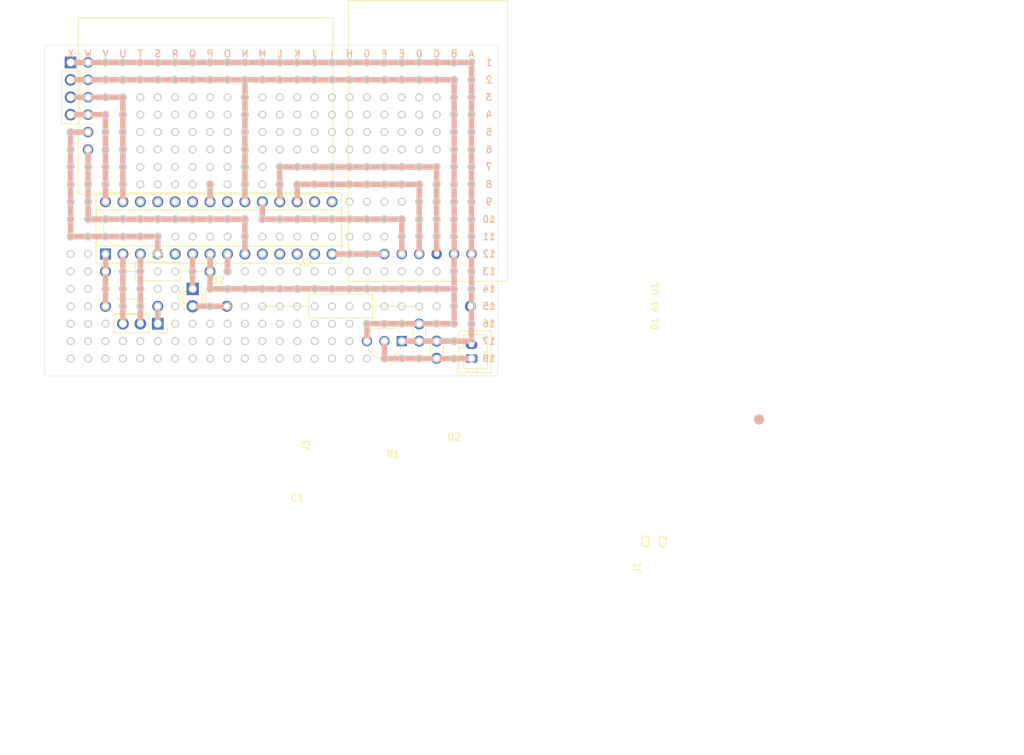
<source format=kicad_pcb>
(kicad_pcb (version 20171130) (host pcbnew "(5.1.10)-1")

  (general
    (thickness 1.6)
    (drawings 578)
    (tracks 0)
    (zones 0)
    (modules 13)
    (nets 30)
  )

  (page A4)
  (layers
    (0 F.Cu signal)
    (31 B.Cu signal)
    (32 B.Adhes user)
    (33 F.Adhes user)
    (34 B.Paste user)
    (35 F.Paste user)
    (36 B.SilkS user)
    (37 F.SilkS user)
    (38 B.Mask user)
    (39 F.Mask user)
    (40 Dwgs.User user)
    (41 Cmts.User user)
    (42 Eco1.User user)
    (43 Eco2.User user)
    (44 Edge.Cuts user)
    (45 Margin user)
    (46 B.CrtYd user)
    (47 F.CrtYd user)
    (48 B.Fab user)
    (49 F.Fab user)
  )

  (setup
    (last_trace_width 0.25)
    (trace_clearance 0.2)
    (zone_clearance 0.508)
    (zone_45_only no)
    (trace_min 0.2)
    (via_size 0.8)
    (via_drill 0.4)
    (via_min_size 0.4)
    (via_min_drill 0.3)
    (uvia_size 0.3)
    (uvia_drill 0.1)
    (uvias_allowed no)
    (uvia_min_size 0.2)
    (uvia_min_drill 0.1)
    (edge_width 0.05)
    (segment_width 0.2)
    (pcb_text_width 0.3)
    (pcb_text_size 1.5 1.5)
    (mod_edge_width 0.12)
    (mod_text_size 1 1)
    (mod_text_width 0.15)
    (pad_size 1.6 1.6)
    (pad_drill 0.8)
    (pad_to_mask_clearance 0)
    (aux_axis_origin 0 0)
    (grid_origin 142.24 91.44)
    (visible_elements 7FFFFFFF)
    (pcbplotparams
      (layerselection 0x010fc_ffffffff)
      (usegerberextensions false)
      (usegerberattributes true)
      (usegerberadvancedattributes true)
      (creategerberjobfile true)
      (excludeedgelayer true)
      (linewidth 0.100000)
      (plotframeref false)
      (viasonmask false)
      (mode 1)
      (useauxorigin false)
      (hpglpennumber 1)
      (hpglpenspeed 20)
      (hpglpendiameter 15.000000)
      (psnegative false)
      (psa4output false)
      (plotreference true)
      (plotvalue true)
      (plotinvisibletext false)
      (padsonsilk false)
      (subtractmaskfromsilk false)
      (outputformat 1)
      (mirror false)
      (drillshape 1)
      (scaleselection 1)
      (outputdirectory ""))
  )

  (net 0 "")
  (net 1 GND)
  (net 2 VCC)
  (net 3 MISO)
  (net 4 MOSI)
  (net 5 SCK)
  (net 6 CS)
  (net 7 Alarm1)
  (net 8 32K)
  (net 9 +3V3)
  (net 10 "Net-(D1-Pad2)")
  (net 11 SDA)
  (net 12 SCL)
  (net 13 "Net-(U1-Pad15)")
  (net 14 "Net-(U1-Pad16)")
  (net 15 "Net-(U1-Pad5)")
  (net 16 "Net-(U1-Pad21)")
  (net 17 "Net-(U1-Pad23)")
  (net 18 "Net-(U1-Pad10)")
  (net 19 "Net-(U1-Pad24)")
  (net 20 "Net-(U1-Pad11)")
  (net 21 "Net-(U1-Pad25)")
  (net 22 "Net-(U1-Pad12)")
  (net 23 "Net-(U1-Pad26)")
  (net 24 "Net-(U1-Pad13)")
  (net 25 "Net-(C1-Pad2)")
  (net 26 "Net-(D1-Pad1)")
  (net 27 RX)
  (net 28 TX)
  (net 29 ~RESET)

  (net_class Default "This is the default net class."
    (clearance 0.2)
    (trace_width 0.25)
    (via_dia 0.8)
    (via_drill 0.4)
    (uvia_dia 0.3)
    (uvia_drill 0.1)
    (add_net +3V3)
    (add_net 32K)
    (add_net Alarm1)
    (add_net CS)
    (add_net GND)
    (add_net MISO)
    (add_net MOSI)
    (add_net "Net-(C1-Pad2)")
    (add_net "Net-(D1-Pad1)")
    (add_net "Net-(D1-Pad2)")
    (add_net "Net-(U1-Pad10)")
    (add_net "Net-(U1-Pad11)")
    (add_net "Net-(U1-Pad12)")
    (add_net "Net-(U1-Pad13)")
    (add_net "Net-(U1-Pad15)")
    (add_net "Net-(U1-Pad16)")
    (add_net "Net-(U1-Pad21)")
    (add_net "Net-(U1-Pad23)")
    (add_net "Net-(U1-Pad24)")
    (add_net "Net-(U1-Pad25)")
    (add_net "Net-(U1-Pad26)")
    (add_net "Net-(U1-Pad5)")
    (add_net RX)
    (add_net SCK)
    (add_net SCL)
    (add_net SDA)
    (add_net TX)
    (add_net VCC)
    (add_net ~RESET)
  )

  (module Breakouts:DS3231_RTC_breakout (layer F.Cu) (tedit 607876D8) (tstamp 611EE0D5)
    (at 160.02 97.79 180)
    (path /60A4A9F0)
    (fp_text reference A2 (at -16.51 -22.86) (layer F.SilkS)
      (effects (font (size 1 1) (thickness 0.15)))
    )
    (fp_text value DS3231_breakout (at 0 -15.24) (layer F.Fab)
      (effects (font (size 1 1) (thickness 0.15)))
    )
    (fp_line (start -20.32 -12.7) (end 15.24 -12.7) (layer F.Fab) (width 0.12))
    (fp_line (start -20.32 12.7) (end -20.32 -12.7) (layer F.Fab) (width 0.12))
    (fp_line (start 16.51 12.7) (end -20.32 12.7) (layer F.Fab) (width 0.12))
    (fp_line (start 16.51 -12.7) (end 16.51 12.7) (layer F.Fab) (width 0.12))
    (fp_line (start 15.24 -12.7) (end 16.51 -12.7) (layer F.Fab) (width 0.12))
    (fp_line (start -20.4724 -12.8524) (end 16.6624 -12.8524) (layer F.SilkS) (width 0.12))
    (fp_line (start 16.6624 -12.8524) (end 16.6624 12.8524) (layer F.SilkS) (width 0.12))
    (fp_line (start 16.6624 12.8524) (end -20.4724 12.8524) (layer F.SilkS) (width 0.12))
    (fp_line (start -20.4724 -12.8524) (end -20.4724 12.8524) (layer F.SilkS) (width 0.12))
    (pad 6 thru_hole circle (at 15.24 6.35 180) (size 1.524 1.524) (drill 0.762) (layers *.Cu *.Mask))
    (pad 5 thru_hole circle (at 15.24 3.81 180) (size 1.524 1.524) (drill 0.762) (layers *.Cu *.Mask))
    (pad 4 thru_hole circle (at 15.24 1.27 180) (size 1.524 1.524) (drill 0.762) (layers *.Cu *.Mask))
    (pad 1 thru_hole circle (at 15.24 -6.35 180) (size 1.524 1.524) (drill 0.762) (layers *.Cu *.Mask)
      (net 8 32K))
    (pad 2 thru_hole circle (at 15.24 -3.81 180) (size 1.524 1.524) (drill 0.762) (layers *.Cu *.Mask)
      (net 2 VCC))
    (pad 3 thru_hole circle (at 15.24 -1.27 180) (size 1.524 1.524) (drill 0.762) (layers *.Cu *.Mask)
      (net 7 Alarm1))
  )

  (module Capacitor_THT:C_Disc_D3.0mm_W1.6mm_P2.50mm (layer F.Cu) (tedit 5AE50EF0) (tstamp 60A5339C)
    (at 193.04 132.08 90)
    (descr "C, Disc series, Radial, pin pitch=2.50mm, , diameter*width=3.0*1.6mm^2, Capacitor, http://www.vishay.com/docs/45233/krseries.pdf")
    (tags "C Disc series Radial pin pitch 2.50mm  diameter 3.0mm width 1.6mm Capacitor")
    (path /60A6E1D5)
    (fp_text reference C3 (at -29.21 33.02 90) (layer F.SilkS)
      (effects (font (size 1 1) (thickness 0.15)))
    )
    (fp_text value 1uF (at 1.25 2.05 90) (layer F.Fab)
      (effects (font (size 1 1) (thickness 0.15)))
    )
    (fp_line (start 3.55 -1.05) (end -1.05 -1.05) (layer F.CrtYd) (width 0.05))
    (fp_line (start 3.55 1.05) (end 3.55 -1.05) (layer F.CrtYd) (width 0.05))
    (fp_line (start -1.05 1.05) (end 3.55 1.05) (layer F.CrtYd) (width 0.05))
    (fp_line (start -1.05 -1.05) (end -1.05 1.05) (layer F.CrtYd) (width 0.05))
    (fp_line (start 0.621 0.92) (end 1.879 0.92) (layer F.SilkS) (width 0.12))
    (fp_line (start 0.621 -0.92) (end 1.879 -0.92) (layer F.SilkS) (width 0.12))
    (fp_line (start 2.75 -0.8) (end -0.25 -0.8) (layer F.Fab) (width 0.1))
    (fp_line (start 2.75 0.8) (end 2.75 -0.8) (layer F.Fab) (width 0.1))
    (fp_line (start -0.25 0.8) (end 2.75 0.8) (layer F.Fab) (width 0.1))
    (fp_line (start -0.25 -0.8) (end -0.25 0.8) (layer F.Fab) (width 0.1))
    (fp_text user %R (at 1.25 1.27 90) (layer F.Fab)
      (effects (font (size 0.6 0.6) (thickness 0.09)))
    )
    (pad 2 thru_hole circle (at 2.5 0 90) (size 1.6 1.6) (drill 0.8) (layers *.Cu *.Mask)
      (net 2 VCC))
    (pad 1 thru_hole circle (at 0 0 90) (size 1.6 1.6) (drill 0.8) (layers *.Cu *.Mask)
      (net 1 GND))
    (model ${KISYS3DMOD}/Capacitor_THT.3dshapes/C_Disc_D3.0mm_W1.6mm_P2.50mm.wrl
      (at (xyz 0 0 0))
      (scale (xyz 1 1 1))
      (rotate (xyz 0 0 0))
    )
  )

  (module Breakouts:SD_reader_breakout (layer F.Cu) (tedit 60787736) (tstamp 60A4E7D0)
    (at 194.31 102.87 270)
    (path /60A4BD05)
    (fp_text reference A1 (at 24.13 -33.02 90) (layer F.SilkS)
      (effects (font (size 1 1) (thickness 0.15)))
    )
    (fp_text value SD_reader_breakout (at 0 -12.7 90) (layer F.Fab)
      (effects (font (size 1 1) (thickness 0.15)))
    )
    (fp_line (start -20.4724 11.5824) (end -20.4724 -11.5824) (layer F.SilkS) (width 0.12))
    (fp_line (start 20.4724 11.5824) (end -20.4724 11.5824) (layer F.SilkS) (width 0.12))
    (fp_line (start 20.4724 11.5824) (end 20.4724 -11.5824) (layer F.SilkS) (width 0.12))
    (fp_line (start -20.4724 -11.5824) (end 20.4724 -11.5824) (layer F.SilkS) (width 0.12))
    (fp_line (start 16.51 -11.43) (end 20.32 -11.43) (layer F.Fab) (width 0.12))
    (fp_line (start 20.32 -11.43) (end 20.32 11.43) (layer F.Fab) (width 0.12))
    (fp_line (start 20.32 11.43) (end 16.51 11.43) (layer F.Fab) (width 0.12))
    (fp_line (start 20.32 11.43) (end -20.32 11.43) (layer F.Fab) (width 0.12))
    (fp_line (start -20.32 11.43) (end -20.32 -11.43) (layer F.Fab) (width 0.12))
    (fp_line (start -20.32 -11.43) (end 20.32 -11.43) (layer F.Fab) (width 0.12))
    (pad 6 thru_hole circle (at 16.51 6.35 270) (size 1.524 1.524) (drill 0.762) (layers *.Cu *.Mask)
      (net 6 CS))
    (pad 5 thru_hole circle (at 16.51 3.81 270) (size 1.524 1.524) (drill 0.762) (layers *.Cu *.Mask)
      (net 5 SCK))
    (pad 4 thru_hole circle (at 16.51 1.27 270) (size 1.524 1.524) (drill 0.762) (layers *.Cu *.Mask)
      (net 4 MOSI))
    (pad 3 thru_hole circle (at 16.51 -1.27 270) (size 1.524 1.524) (drill 0.762) (layers *.Cu *.Mask)
      (net 3 MISO))
    (pad 2 thru_hole circle (at 16.51 -3.81 270) (size 1.524 1.524) (drill 0.762) (layers *.Cu *.Mask)
      (net 2 VCC))
    (pad 1 thru_hole circle (at 16.51 -6.35 270) (size 1.524 1.524) (drill 0.762) (layers *.Cu *.Mask)
      (net 1 GND))
  )

  (module Capacitor_THT:C_Disc_D3.0mm_W1.6mm_P2.50mm (layer F.Cu) (tedit 5AE50EF0) (tstamp 60A4E7F4)
    (at 195.58 132.08 270)
    (descr "C, Disc series, Radial, pin pitch=2.50mm, , diameter*width=3.0*1.6mm^2, Capacitor, http://www.vishay.com/docs/45233/krseries.pdf")
    (tags "C Disc series Radial pin pitch 2.50mm  diameter 3.0mm width 1.6mm Capacitor")
    (path /60A6FB20)
    (fp_text reference C2 (at 29.21 -33.02 90) (layer F.SilkS)
      (effects (font (size 1 1) (thickness 0.15)))
    )
    (fp_text value 1uF (at 1.25 2.05 90) (layer F.Fab)
      (effects (font (size 1 1) (thickness 0.15)))
    )
    (fp_text user %R (at 59.69 -85.09 90) (layer F.Fab)
      (effects (font (size 0.6 0.6) (thickness 0.09)))
    )
    (fp_line (start -0.25 -0.8) (end -0.25 0.8) (layer F.Fab) (width 0.1))
    (fp_line (start -0.25 0.8) (end 2.75 0.8) (layer F.Fab) (width 0.1))
    (fp_line (start 2.75 0.8) (end 2.75 -0.8) (layer F.Fab) (width 0.1))
    (fp_line (start 2.75 -0.8) (end -0.25 -0.8) (layer F.Fab) (width 0.1))
    (fp_line (start 0.621 -0.92) (end 1.879 -0.92) (layer F.SilkS) (width 0.12))
    (fp_line (start 0.621 0.92) (end 1.879 0.92) (layer F.SilkS) (width 0.12))
    (fp_line (start -1.05 -1.05) (end -1.05 1.05) (layer F.CrtYd) (width 0.05))
    (fp_line (start -1.05 1.05) (end 3.55 1.05) (layer F.CrtYd) (width 0.05))
    (fp_line (start 3.55 1.05) (end 3.55 -1.05) (layer F.CrtYd) (width 0.05))
    (fp_line (start 3.55 -1.05) (end -1.05 -1.05) (layer F.CrtYd) (width 0.05))
    (pad 1 thru_hole circle (at 0 0 270) (size 1.6 1.6) (drill 0.8) (layers *.Cu *.Mask)
      (net 1 GND))
    (pad 2 thru_hole circle (at 2.5 0 270) (size 1.6 1.6) (drill 0.8) (layers *.Cu *.Mask)
      (net 9 +3V3))
    (model ${KISYS3DMOD}/Capacitor_THT.3dshapes/C_Disc_D3.0mm_W1.6mm_P2.50mm.wrl
      (at (xyz 0 0 0))
      (scale (xyz 1 1 1))
      (rotate (xyz 0 0 0))
    )
  )

  (module LED_THT:LED_D3.0mm (layer F.Cu) (tedit 587A3A7B) (tstamp 60A4E81C)
    (at 160.02 124.46 270)
    (descr "LED, diameter 3.0mm, 2 pins")
    (tags "LED diameter 3.0mm 2 pins")
    (path /60A679ED)
    (fp_text reference D1 (at 5.08 -67.31 90) (layer F.SilkS)
      (effects (font (size 1 1) (thickness 0.15)))
    )
    (fp_text value ERR_LED_RED (at 1.27 2.96 90) (layer F.Fab)
      (effects (font (size 1 1) (thickness 0.15)))
    )
    (fp_line (start 3.7 -2.25) (end -1.15 -2.25) (layer F.CrtYd) (width 0.05))
    (fp_line (start 3.7 2.25) (end 3.7 -2.25) (layer F.CrtYd) (width 0.05))
    (fp_line (start -1.15 2.25) (end 3.7 2.25) (layer F.CrtYd) (width 0.05))
    (fp_line (start -1.15 -2.25) (end -1.15 2.25) (layer F.CrtYd) (width 0.05))
    (fp_line (start -0.29 1.08) (end -0.29 1.236) (layer F.SilkS) (width 0.12))
    (fp_line (start -0.29 -1.236) (end -0.29 -1.08) (layer F.SilkS) (width 0.12))
    (fp_line (start -0.23 -1.16619) (end -0.23 1.16619) (layer F.Fab) (width 0.1))
    (fp_circle (center 1.27 0) (end 2.77 0) (layer F.Fab) (width 0.1))
    (fp_arc (start 1.27 0) (end 0.229039 1.08) (angle -87.9) (layer F.SilkS) (width 0.12))
    (fp_arc (start 1.27 0) (end 0.229039 -1.08) (angle 87.9) (layer F.SilkS) (width 0.12))
    (fp_arc (start 1.27 0) (end -0.29 1.235516) (angle -108.8) (layer F.SilkS) (width 0.12))
    (fp_arc (start 1.27 0) (end -0.29 -1.235516) (angle 108.8) (layer F.SilkS) (width 0.12))
    (fp_arc (start 1.27 0) (end -0.23 -1.16619) (angle 284.3) (layer F.Fab) (width 0.1))
    (pad 2 thru_hole circle (at 2.54 0 270) (size 1.8 1.8) (drill 0.9) (layers *.Cu *.Mask)
      (net 10 "Net-(D1-Pad2)"))
    (pad 1 thru_hole rect (at 0 0 270) (size 1.8 1.8) (drill 0.9) (layers *.Cu *.Mask)
      (net 26 "Net-(D1-Pad1)"))
    (model ${KISYS3DMOD}/LED_THT.3dshapes/LED_D3.0mm.wrl
      (at (xyz 0 0 0))
      (scale (xyz 1 1 1))
      (rotate (xyz 0 0 0))
    )
  )

  (module Resistor_THT:R_Axial_DIN0207_L6.3mm_D2.5mm_P15.24mm_Horizontal (layer F.Cu) (tedit 5AE5139B) (tstamp 60A4E87A)
    (at 147.32 121.92)
    (descr "Resistor, Axial_DIN0207 series, Axial, Horizontal, pin pitch=15.24mm, 0.25W = 1/4W, length*diameter=6.3*2.5mm^2, http://cdn-reichelt.de/documents/datenblatt/B400/1_4W%23YAG.pdf")
    (tags "Resistor Axial_DIN0207 series Axial Horizontal pin pitch 15.24mm 0.25W = 1/4W length 6.3mm diameter 2.5mm")
    (path /60A5CBAB)
    (fp_text reference R2 (at 7.62 -2.37) (layer F.SilkS)
      (effects (font (size 1 1) (thickness 0.15)))
    )
    (fp_text value 10K (at 7.62 2.37) (layer F.Fab)
      (effects (font (size 1 1) (thickness 0.15)))
    )
    (fp_text user %R (at 7.62 0) (layer F.Fab)
      (effects (font (size 1 1) (thickness 0.15)))
    )
    (fp_line (start 4.47 -1.25) (end 4.47 1.25) (layer F.Fab) (width 0.1))
    (fp_line (start 4.47 1.25) (end 10.77 1.25) (layer F.Fab) (width 0.1))
    (fp_line (start 10.77 1.25) (end 10.77 -1.25) (layer F.Fab) (width 0.1))
    (fp_line (start 10.77 -1.25) (end 4.47 -1.25) (layer F.Fab) (width 0.1))
    (fp_line (start 0 0) (end 4.47 0) (layer F.Fab) (width 0.1))
    (fp_line (start 15.24 0) (end 10.77 0) (layer F.Fab) (width 0.1))
    (fp_line (start 4.35 -1.37) (end 4.35 1.37) (layer F.SilkS) (width 0.12))
    (fp_line (start 4.35 1.37) (end 10.89 1.37) (layer F.SilkS) (width 0.12))
    (fp_line (start 10.89 1.37) (end 10.89 -1.37) (layer F.SilkS) (width 0.12))
    (fp_line (start 10.89 -1.37) (end 4.35 -1.37) (layer F.SilkS) (width 0.12))
    (fp_line (start 1.04 0) (end 4.35 0) (layer F.SilkS) (width 0.12))
    (fp_line (start 14.2 0) (end 10.89 0) (layer F.SilkS) (width 0.12))
    (fp_line (start -1.05 -1.5) (end -1.05 1.5) (layer F.CrtYd) (width 0.05))
    (fp_line (start -1.05 1.5) (end 16.29 1.5) (layer F.CrtYd) (width 0.05))
    (fp_line (start 16.29 1.5) (end 16.29 -1.5) (layer F.CrtYd) (width 0.05))
    (fp_line (start 16.29 -1.5) (end -1.05 -1.5) (layer F.CrtYd) (width 0.05))
    (pad 1 thru_hole circle (at 0 0) (size 1.6 1.6) (drill 0.8) (layers *.Cu *.Mask)
      (net 2 VCC))
    (pad 2 thru_hole oval (at 15.24 0) (size 1.6 1.6) (drill 0.8) (layers *.Cu *.Mask)
      (net 25 "Net-(C1-Pad2)"))
    (model ${KISYS3DMOD}/Resistor_THT.3dshapes/R_Axial_DIN0207_L6.3mm_D2.5mm_P15.24mm_Horizontal.wrl
      (at (xyz 0 0 0))
      (scale (xyz 1 1 1))
      (rotate (xyz 0 0 0))
    )
  )

  (module Resistor_THT:R_Axial_DIN0309_L9.0mm_D3.2mm_P25.40mm_Horizontal (layer F.Cu) (tedit 611EA107) (tstamp 60A4E891)
    (at 168.91 127)
    (descr "Resistor, Axial_DIN0309 series, Axial, Horizontal, pin pitch=25.4mm, 0.5W = 1/2W, length*diameter=9*3.2mm^2, http://cdn-reichelt.de/documents/datenblatt/B400/1_4W%23YAG.pdf")
    (tags "Resistor Axial_DIN0309 series Axial Horizontal pin pitch 25.4mm 0.5W = 1/2W length 9mm diameter 3.2mm")
    (path /60A65BD9)
    (fp_text reference R1 (at 20.32 21.59) (layer F.SilkS)
      (effects (font (size 1 1) (thickness 0.15)))
    )
    (fp_text value 220 (at 12.7 2.72) (layer F.Fab)
      (effects (font (size 1 1) (thickness 0.15)))
    )
    (fp_line (start 26.45 -1.85) (end -1.05 -1.85) (layer F.CrtYd) (width 0.05))
    (fp_line (start 26.45 1.85) (end 26.45 -1.85) (layer F.CrtYd) (width 0.05))
    (fp_line (start -1.05 1.85) (end 26.45 1.85) (layer F.CrtYd) (width 0.05))
    (fp_line (start -1.05 -1.85) (end -1.05 1.85) (layer F.CrtYd) (width 0.05))
    (fp_line (start 24.36 0) (end 17.32 0) (layer F.SilkS) (width 0.12))
    (fp_line (start 1.04 0) (end 8.08 0) (layer F.SilkS) (width 0.12))
    (fp_line (start 17.32 -1.72) (end 8.08 -1.72) (layer F.SilkS) (width 0.12))
    (fp_line (start 17.32 1.72) (end 17.32 -1.72) (layer F.SilkS) (width 0.12))
    (fp_line (start 8.08 1.72) (end 17.32 1.72) (layer F.SilkS) (width 0.12))
    (fp_line (start 8.08 -1.72) (end 8.08 1.72) (layer F.SilkS) (width 0.12))
    (fp_line (start 25.4 0) (end 17.2 0) (layer F.Fab) (width 0.1))
    (fp_line (start 0 0) (end 8.2 0) (layer F.Fab) (width 0.1))
    (fp_line (start 17.2 -1.6) (end 8.2 -1.6) (layer F.Fab) (width 0.1))
    (fp_line (start 17.2 1.6) (end 17.2 -1.6) (layer F.Fab) (width 0.1))
    (fp_line (start 8.2 1.6) (end 17.2 1.6) (layer F.Fab) (width 0.1))
    (fp_line (start 8.2 -1.6) (end 8.2 1.6) (layer F.Fab) (width 0.1))
    (fp_text user %R (at 12.7 0) (layer F.Fab)
      (effects (font (size 1 1) (thickness 0.15)))
    )
    (pad 2 thru_hole oval (at 31.59 0) (size 1.6 1.6) (drill 0.8) (layers *.Cu *.Mask)
      (net 26 "Net-(D1-Pad1)"))
    (pad 1 thru_hole circle (at -3.91 0) (size 1.6 1.6) (drill 0.8) (layers *.Cu *.Mask)
      (net 1 GND))
    (model ${KISYS3DMOD}/Resistor_THT.3dshapes/R_Axial_DIN0309_L9.0mm_D3.2mm_P25.40mm_Horizontal.wrl
      (offset (xyz -3.834 0 0))
      (scale (xyz 1.4 1 1))
      (rotate (xyz 0 0 0))
    )
  )

  (module Package_DIP:DIP-28_W7.62mm_Socket (layer F.Cu) (tedit 5A02E8C5) (tstamp 60A4E8C9)
    (at 147.32 119.38 90)
    (descr "28-lead though-hole mounted DIP package, row spacing 7.62 mm (300 mils), Socket")
    (tags "THT DIP DIL PDIP 2.54mm 7.62mm 300mil Socket")
    (path /60A4646F)
    (fp_text reference U1 (at -5.08 80.01 90) (layer F.SilkS)
      (effects (font (size 1 1) (thickness 0.15)))
    )
    (fp_text value ATmega328P-PU (at 3.81 35.35 90) (layer F.Fab)
      (effects (font (size 1 1) (thickness 0.15)))
    )
    (fp_line (start 9.15 -1.6) (end -1.55 -1.6) (layer F.CrtYd) (width 0.05))
    (fp_line (start 9.15 34.65) (end 9.15 -1.6) (layer F.CrtYd) (width 0.05))
    (fp_line (start -1.55 34.65) (end 9.15 34.65) (layer F.CrtYd) (width 0.05))
    (fp_line (start -1.55 -1.6) (end -1.55 34.65) (layer F.CrtYd) (width 0.05))
    (fp_line (start 8.95 -1.39) (end -1.33 -1.39) (layer F.SilkS) (width 0.12))
    (fp_line (start 8.95 34.41) (end 8.95 -1.39) (layer F.SilkS) (width 0.12))
    (fp_line (start -1.33 34.41) (end 8.95 34.41) (layer F.SilkS) (width 0.12))
    (fp_line (start -1.33 -1.39) (end -1.33 34.41) (layer F.SilkS) (width 0.12))
    (fp_line (start 6.46 -1.33) (end 4.81 -1.33) (layer F.SilkS) (width 0.12))
    (fp_line (start 6.46 34.35) (end 6.46 -1.33) (layer F.SilkS) (width 0.12))
    (fp_line (start 1.16 34.35) (end 6.46 34.35) (layer F.SilkS) (width 0.12))
    (fp_line (start 1.16 -1.33) (end 1.16 34.35) (layer F.SilkS) (width 0.12))
    (fp_line (start 2.81 -1.33) (end 1.16 -1.33) (layer F.SilkS) (width 0.12))
    (fp_line (start 8.89 -1.33) (end -1.27 -1.33) (layer F.Fab) (width 0.1))
    (fp_line (start 8.89 34.35) (end 8.89 -1.33) (layer F.Fab) (width 0.1))
    (fp_line (start -1.27 34.35) (end 8.89 34.35) (layer F.Fab) (width 0.1))
    (fp_line (start -1.27 -1.33) (end -1.27 34.35) (layer F.Fab) (width 0.1))
    (fp_line (start 0.635 -0.27) (end 1.635 -1.27) (layer F.Fab) (width 0.1))
    (fp_line (start 0.635 34.29) (end 0.635 -0.27) (layer F.Fab) (width 0.1))
    (fp_line (start 6.985 34.29) (end 0.635 34.29) (layer F.Fab) (width 0.1))
    (fp_line (start 6.985 -1.27) (end 6.985 34.29) (layer F.Fab) (width 0.1))
    (fp_line (start 1.635 -1.27) (end 6.985 -1.27) (layer F.Fab) (width 0.1))
    (fp_text user %R (at 3.81 16.51 90) (layer F.Fab)
      (effects (font (size 1 1) (thickness 0.15)))
    )
    (fp_arc (start 3.81 -1.33) (end 2.81 -1.33) (angle -180) (layer F.SilkS) (width 0.12))
    (pad 28 thru_hole oval (at 7.62 0 90) (size 1.6 1.6) (drill 0.8) (layers *.Cu *.Mask)
      (net 12 SCL))
    (pad 14 thru_hole oval (at 0 33.02 90) (size 1.6 1.6) (drill 0.8) (layers *.Cu *.Mask)
      (net 6 CS))
    (pad 27 thru_hole oval (at 7.62 2.54 90) (size 1.6 1.6) (drill 0.8) (layers *.Cu *.Mask)
      (net 11 SDA))
    (pad 13 thru_hole oval (at 0 30.48 90) (size 1.6 1.6) (drill 0.8) (layers *.Cu *.Mask)
      (net 24 "Net-(U1-Pad13)"))
    (pad 26 thru_hole oval (at 7.62 5.08 90) (size 1.6 1.6) (drill 0.8) (layers *.Cu *.Mask)
      (net 23 "Net-(U1-Pad26)"))
    (pad 12 thru_hole oval (at 0 27.94 90) (size 1.6 1.6) (drill 0.8) (layers *.Cu *.Mask)
      (net 22 "Net-(U1-Pad12)"))
    (pad 25 thru_hole oval (at 7.62 7.62 90) (size 1.6 1.6) (drill 0.8) (layers *.Cu *.Mask)
      (net 21 "Net-(U1-Pad25)"))
    (pad 11 thru_hole oval (at 0 25.4 90) (size 1.6 1.6) (drill 0.8) (layers *.Cu *.Mask)
      (net 20 "Net-(U1-Pad11)"))
    (pad 24 thru_hole oval (at 7.62 10.16 90) (size 1.6 1.6) (drill 0.8) (layers *.Cu *.Mask)
      (net 19 "Net-(U1-Pad24)"))
    (pad 10 thru_hole oval (at 0 22.86 90) (size 1.6 1.6) (drill 0.8) (layers *.Cu *.Mask)
      (net 18 "Net-(U1-Pad10)"))
    (pad 23 thru_hole oval (at 7.62 12.7 90) (size 1.6 1.6) (drill 0.8) (layers *.Cu *.Mask)
      (net 17 "Net-(U1-Pad23)"))
    (pad 9 thru_hole oval (at 0 20.32 90) (size 1.6 1.6) (drill 0.8) (layers *.Cu *.Mask)
      (net 8 32K))
    (pad 22 thru_hole oval (at 7.62 15.24 90) (size 1.6 1.6) (drill 0.8) (layers *.Cu *.Mask)
      (net 1 GND))
    (pad 8 thru_hole oval (at 0 17.78 90) (size 1.6 1.6) (drill 0.8) (layers *.Cu *.Mask)
      (net 1 GND))
    (pad 21 thru_hole oval (at 7.62 17.78 90) (size 1.6 1.6) (drill 0.8) (layers *.Cu *.Mask)
      (net 16 "Net-(U1-Pad21)"))
    (pad 7 thru_hole oval (at 0 15.24 90) (size 1.6 1.6) (drill 0.8) (layers *.Cu *.Mask)
      (net 2 VCC))
    (pad 20 thru_hole oval (at 7.62 20.32 90) (size 1.6 1.6) (drill 0.8) (layers *.Cu *.Mask)
      (net 2 VCC))
    (pad 6 thru_hole oval (at 0 12.7 90) (size 1.6 1.6) (drill 0.8) (layers *.Cu *.Mask)
      (net 10 "Net-(D1-Pad2)"))
    (pad 19 thru_hole oval (at 7.62 22.86 90) (size 1.6 1.6) (drill 0.8) (layers *.Cu *.Mask)
      (net 5 SCK))
    (pad 5 thru_hole oval (at 0 10.16 90) (size 1.6 1.6) (drill 0.8) (layers *.Cu *.Mask)
      (net 15 "Net-(U1-Pad5)"))
    (pad 18 thru_hole oval (at 7.62 25.4 90) (size 1.6 1.6) (drill 0.8) (layers *.Cu *.Mask)
      (net 3 MISO))
    (pad 4 thru_hole oval (at 0 7.62 90) (size 1.6 1.6) (drill 0.8) (layers *.Cu *.Mask)
      (net 7 Alarm1))
    (pad 17 thru_hole oval (at 7.62 27.94 90) (size 1.6 1.6) (drill 0.8) (layers *.Cu *.Mask)
      (net 4 MOSI))
    (pad 3 thru_hole oval (at 0 5.08 90) (size 1.6 1.6) (drill 0.8) (layers *.Cu *.Mask)
      (net 27 RX))
    (pad 16 thru_hole oval (at 7.62 30.48 90) (size 1.6 1.6) (drill 0.8) (layers *.Cu *.Mask)
      (net 14 "Net-(U1-Pad16)"))
    (pad 2 thru_hole oval (at 0 2.54 90) (size 1.6 1.6) (drill 0.8) (layers *.Cu *.Mask)
      (net 28 TX))
    (pad 15 thru_hole oval (at 7.62 33.02 90) (size 1.6 1.6) (drill 0.8) (layers *.Cu *.Mask)
      (net 13 "Net-(U1-Pad15)"))
    (pad 1 thru_hole rect (at 0 0 90) (size 1.6 1.6) (drill 0.8) (layers *.Cu *.Mask)
      (net 25 "Net-(C1-Pad2)"))
    (model ${KISYS3DMOD}/Package_DIP.3dshapes/DIP-28_W7.62mm_Socket.wrl
      (at (xyz 0 0 0))
      (scale (xyz 1 1 1))
      (rotate (xyz 0 0 0))
    )
  )

  (module Package_TO_SOT_THT:TO-92_Inline_Wide (layer F.Cu) (tedit 5A02FF81) (tstamp 60D51A09)
    (at 190.5 132.08 180)
    (descr "TO-92 leads in-line, wide, drill 0.75mm (see NXP sot054_po.pdf)")
    (tags "to-92 sc-43 sc-43a sot54 PA33 transistor")
    (path /60D54F28)
    (fp_text reference U2 (at -7.62 -13.97) (layer F.SilkS)
      (effects (font (size 1 1) (thickness 0.15)))
    )
    (fp_text value MCP1700-3002E_TO92 (at 2.54 2.79) (layer F.Fab)
      (effects (font (size 1 1) (thickness 0.15)))
    )
    (fp_text user %R (at 2.54 0) (layer F.Fab)
      (effects (font (size 1 1) (thickness 0.15)))
    )
    (fp_arc (start 2.54 0) (end 0.74 1.85) (angle 20) (layer F.SilkS) (width 0.12))
    (fp_arc (start 2.54 0) (end 2.54 -2.6) (angle -65) (layer F.SilkS) (width 0.12))
    (fp_arc (start 2.54 0) (end 2.54 -2.6) (angle 65) (layer F.SilkS) (width 0.12))
    (fp_arc (start 2.54 0) (end 2.54 -2.48) (angle 135) (layer F.Fab) (width 0.1))
    (fp_arc (start 2.54 0) (end 2.54 -2.48) (angle -135) (layer F.Fab) (width 0.1))
    (fp_arc (start 2.54 0) (end 4.34 1.85) (angle -20) (layer F.SilkS) (width 0.12))
    (fp_line (start 0.74 1.85) (end 4.34 1.85) (layer F.SilkS) (width 0.12))
    (fp_line (start 0.8 1.75) (end 4.3 1.75) (layer F.Fab) (width 0.1))
    (fp_line (start -1.01 -2.73) (end 6.09 -2.73) (layer F.CrtYd) (width 0.05))
    (fp_line (start -1.01 -2.73) (end -1.01 2.01) (layer F.CrtYd) (width 0.05))
    (fp_line (start 6.09 2.01) (end 6.09 -2.73) (layer F.CrtYd) (width 0.05))
    (fp_line (start 6.09 2.01) (end -1.01 2.01) (layer F.CrtYd) (width 0.05))
    (pad 2 thru_hole circle (at 2.54 0 180) (size 1.5 1.5) (drill 0.8) (layers *.Cu *.Mask)
      (net 9 +3V3))
    (pad 3 thru_hole circle (at 5.08 0 180) (size 1.5 1.5) (drill 0.8) (layers *.Cu *.Mask)
      (net 2 VCC))
    (pad 1 thru_hole rect (at 0 0 180) (size 1.5 1.5) (drill 0.8) (layers *.Cu *.Mask)
      (net 1 GND))
    (model ${KISYS3DMOD}/Package_TO_SOT_THT.3dshapes/TO-92_Inline_Wide.wrl
      (at (xyz 0 0 0))
      (scale (xyz 1 1 1))
      (rotate (xyz 0 0 0))
    )
  )

  (module Capacitor_THT:C_Disc_D4.3mm_W1.9mm_P5.00mm (layer F.Cu) (tedit 60E5212C) (tstamp 60E52744)
    (at 148.59 127)
    (descr "C, Disc series, Radial, pin pitch=5.00mm, , diameter*width=4.3*1.9mm^2, Capacitor, http://www.vishay.com/docs/45233/krseries.pdf")
    (tags "C Disc series Radial pin pitch 5.00mm  diameter 4.3mm width 1.9mm Capacitor")
    (path /60D18118)
    (fp_text reference C1 (at 26.67 27.94) (layer F.SilkS)
      (effects (font (size 1 1) (thickness 0.15)))
    )
    (fp_text value 0.1uF (at 2.5 2.2) (layer F.Fab)
      (effects (font (size 1 1) (thickness 0.15)))
    )
    (fp_line (start 0.35 -0.95) (end 0.35 0.95) (layer F.Fab) (width 0.1))
    (fp_line (start 0.35 0.95) (end 4.65 0.95) (layer F.Fab) (width 0.1))
    (fp_line (start 4.65 0.95) (end 4.65 -0.95) (layer F.Fab) (width 0.1))
    (fp_line (start 4.65 -0.95) (end 0.35 -0.95) (layer F.Fab) (width 0.1))
    (fp_line (start 0.23 -1.07) (end 4.77 -1.07) (layer F.SilkS) (width 0.12))
    (fp_line (start 0.23 1.07) (end 4.77 1.07) (layer F.SilkS) (width 0.12))
    (fp_line (start 0.23 -1.07) (end 0.23 -1.055) (layer F.SilkS) (width 0.12))
    (fp_line (start 0.23 1.055) (end 0.23 1.07) (layer F.SilkS) (width 0.12))
    (fp_line (start 4.77 -1.07) (end 4.77 -1.055) (layer F.SilkS) (width 0.12))
    (fp_line (start 4.77 1.055) (end 4.77 1.07) (layer F.SilkS) (width 0.12))
    (fp_line (start -1.05 -1.2) (end -1.05 1.2) (layer F.CrtYd) (width 0.05))
    (fp_line (start -1.05 1.2) (end 6.05 1.2) (layer F.CrtYd) (width 0.05))
    (fp_line (start 6.05 1.2) (end 6.05 -1.2) (layer F.CrtYd) (width 0.05))
    (fp_line (start 6.05 -1.2) (end -1.05 -1.2) (layer F.CrtYd) (width 0.05))
    (fp_text user %R (at 2.5 0) (layer F.Fab)
      (effects (font (size 0.86 0.86) (thickness 0.129)))
    )
    (pad 2 thru_hole circle (at 6.35 0) (size 1.6 1.6) (drill 0.8) (layers *.Cu *.Mask)
      (net 25 "Net-(C1-Pad2)"))
    (pad 1 thru_hole circle (at -1.27 0) (size 1.6 1.6) (drill 0.8) (layers *.Cu *.Mask)
      (net 29 ~RESET))
    (model ${KISYS3DMOD}/Capacitor_THT.3dshapes/C_Disc_D4.3mm_W1.9mm_P5.00mm.wrl
      (at (xyz 0 0 0))
      (scale (xyz 1 1 1))
      (rotate (xyz 0 0 0))
    )
  )

  (module Connector_PinSocket_2.54mm:PinSocket_1x04_P2.54mm_Vertical (layer F.Cu) (tedit 5A19A429) (tstamp 60E5275C)
    (at 142.24 91.44)
    (descr "Through hole straight socket strip, 1x04, 2.54mm pitch, single row (from Kicad 4.0.7), script generated")
    (tags "Through hole socket strip THT 1x04 2.54mm single row")
    (path /60A81908)
    (fp_text reference J2 (at 21.59 31.75) (layer F.SilkS)
      (effects (font (size 1 1) (thickness 0.15)))
    )
    (fp_text value PinHeader_Female_MS5803 (at 0 10.39) (layer F.Fab)
      (effects (font (size 1 1) (thickness 0.15)))
    )
    (fp_line (start -1.27 -1.27) (end 0.635 -1.27) (layer F.Fab) (width 0.1))
    (fp_line (start 0.635 -1.27) (end 1.27 -0.635) (layer F.Fab) (width 0.1))
    (fp_line (start 1.27 -0.635) (end 1.27 8.89) (layer F.Fab) (width 0.1))
    (fp_line (start 1.27 8.89) (end -1.27 8.89) (layer F.Fab) (width 0.1))
    (fp_line (start -1.27 8.89) (end -1.27 -1.27) (layer F.Fab) (width 0.1))
    (fp_line (start -1.33 1.27) (end 1.33 1.27) (layer F.SilkS) (width 0.12))
    (fp_line (start -1.33 1.27) (end -1.33 8.95) (layer F.SilkS) (width 0.12))
    (fp_line (start -1.33 8.95) (end 1.33 8.95) (layer F.SilkS) (width 0.12))
    (fp_line (start 1.33 1.27) (end 1.33 8.95) (layer F.SilkS) (width 0.12))
    (fp_line (start 1.33 -1.33) (end 1.33 0) (layer F.SilkS) (width 0.12))
    (fp_line (start 0 -1.33) (end 1.33 -1.33) (layer F.SilkS) (width 0.12))
    (fp_line (start -1.8 -1.8) (end 1.75 -1.8) (layer F.CrtYd) (width 0.05))
    (fp_line (start 1.75 -1.8) (end 1.75 9.4) (layer F.CrtYd) (width 0.05))
    (fp_line (start 1.75 9.4) (end -1.8 9.4) (layer F.CrtYd) (width 0.05))
    (fp_line (start -1.8 9.4) (end -1.8 -1.8) (layer F.CrtYd) (width 0.05))
    (fp_text user %R (at 0 3.81 90) (layer F.Fab)
      (effects (font (size 1 1) (thickness 0.15)))
    )
    (pad 4 thru_hole oval (at 0 7.62) (size 1.7 1.7) (drill 1) (layers *.Cu *.Mask)
      (net 12 SCL))
    (pad 3 thru_hole oval (at 0 5.08) (size 1.7 1.7) (drill 1) (layers *.Cu *.Mask)
      (net 11 SDA))
    (pad 2 thru_hole oval (at 0 2.54) (size 1.7 1.7) (drill 1) (layers *.Cu *.Mask)
      (net 2 VCC))
    (pad 1 thru_hole rect (at 0 0) (size 1.7 1.7) (drill 1) (layers *.Cu *.Mask)
      (net 1 GND))
    (model ${KISYS3DMOD}/Connector_PinSocket_2.54mm.3dshapes/PinSocket_1x04_P2.54mm_Vertical.wrl
      (at (xyz 0 0 0))
      (scale (xyz 1 1 1))
      (rotate (xyz 0 0 0))
    )
  )

  (module Connector_PinSocket_2.54mm:PinSocket_1x03_P2.54mm_Vertical (layer F.Cu) (tedit 5A19A429) (tstamp 60E52773)
    (at 154.94 129.54 270)
    (descr "Through hole straight socket strip, 1x03, 2.54mm pitch, single row (from Kicad 4.0.7), script generated")
    (tags "Through hole socket strip THT 1x03 2.54mm single row")
    (path /60D1532C)
    (fp_text reference J3 (at 17.78 -21.59 90) (layer F.SilkS)
      (effects (font (size 1 1) (thickness 0.15)))
    )
    (fp_text value PinHeader_Female_Serial (at 0 7.85 90) (layer F.Fab)
      (effects (font (size 1 1) (thickness 0.15)))
    )
    (fp_text user %R (at 0 2.54) (layer F.Fab)
      (effects (font (size 1 1) (thickness 0.15)))
    )
    (fp_line (start -1.8 6.85) (end -1.8 -1.8) (layer F.CrtYd) (width 0.05))
    (fp_line (start 1.75 6.85) (end -1.8 6.85) (layer F.CrtYd) (width 0.05))
    (fp_line (start 1.75 -1.8) (end 1.75 6.85) (layer F.CrtYd) (width 0.05))
    (fp_line (start -1.8 -1.8) (end 1.75 -1.8) (layer F.CrtYd) (width 0.05))
    (fp_line (start 0 -1.33) (end 1.33 -1.33) (layer F.SilkS) (width 0.12))
    (fp_line (start 1.33 -1.33) (end 1.33 0) (layer F.SilkS) (width 0.12))
    (fp_line (start 1.33 1.27) (end 1.33 6.41) (layer F.SilkS) (width 0.12))
    (fp_line (start -1.33 6.41) (end 1.33 6.41) (layer F.SilkS) (width 0.12))
    (fp_line (start -1.33 1.27) (end -1.33 6.41) (layer F.SilkS) (width 0.12))
    (fp_line (start -1.33 1.27) (end 1.33 1.27) (layer F.SilkS) (width 0.12))
    (fp_line (start -1.27 6.35) (end -1.27 -1.27) (layer F.Fab) (width 0.1))
    (fp_line (start 1.27 6.35) (end -1.27 6.35) (layer F.Fab) (width 0.1))
    (fp_line (start 1.27 -0.635) (end 1.27 6.35) (layer F.Fab) (width 0.1))
    (fp_line (start 0.635 -1.27) (end 1.27 -0.635) (layer F.Fab) (width 0.1))
    (fp_line (start -1.27 -1.27) (end 0.635 -1.27) (layer F.Fab) (width 0.1))
    (pad 1 thru_hole rect (at 0 0 270) (size 1.7 1.7) (drill 1) (layers *.Cu *.Mask)
      (net 28 TX))
    (pad 2 thru_hole oval (at 0 2.54 270) (size 1.7 1.7) (drill 1) (layers *.Cu *.Mask)
      (net 27 RX))
    (pad 3 thru_hole oval (at 0 5.08 270) (size 1.7 1.7) (drill 1) (layers *.Cu *.Mask)
      (net 29 ~RESET))
    (model ${KISYS3DMOD}/Connector_PinSocket_2.54mm.3dshapes/PinSocket_1x03_P2.54mm_Vertical.wrl
      (at (xyz 0 0 0))
      (scale (xyz 1 1 1))
      (rotate (xyz 0 0 0))
    )
  )

  (module Connector_JST:JST_PH_B2B-PH-K_1x02_P2.00mm_Vertical (layer F.Cu) (tedit 5B7745C2) (tstamp 611EBD98)
    (at 200.66 134.62 90)
    (descr "JST PH series connector, B2B-PH-K (http://www.jst-mfg.com/product/pdf/eng/ePH.pdf), generated with kicad-footprint-generator")
    (tags "connector JST PH side entry")
    (path /60A7261D)
    (fp_text reference J1 (at -30.48 24.13 90) (layer F.SilkS)
      (effects (font (size 1 1) (thickness 0.15)))
    )
    (fp_text value JST_Power_Connector_Female (at 1 4 90) (layer F.Fab)
      (effects (font (size 1 1) (thickness 0.15)))
    )
    (fp_line (start 4.45 -2.2) (end -2.45 -2.2) (layer F.CrtYd) (width 0.05))
    (fp_line (start 4.45 3.3) (end 4.45 -2.2) (layer F.CrtYd) (width 0.05))
    (fp_line (start -2.45 3.3) (end 4.45 3.3) (layer F.CrtYd) (width 0.05))
    (fp_line (start -2.45 -2.2) (end -2.45 3.3) (layer F.CrtYd) (width 0.05))
    (fp_line (start 3.95 -1.7) (end -1.95 -1.7) (layer F.Fab) (width 0.1))
    (fp_line (start 3.95 2.8) (end 3.95 -1.7) (layer F.Fab) (width 0.1))
    (fp_line (start -1.95 2.8) (end 3.95 2.8) (layer F.Fab) (width 0.1))
    (fp_line (start -1.95 -1.7) (end -1.95 2.8) (layer F.Fab) (width 0.1))
    (fp_line (start -2.36 -2.11) (end -2.36 -0.86) (layer F.Fab) (width 0.1))
    (fp_line (start -1.11 -2.11) (end -2.36 -2.11) (layer F.Fab) (width 0.1))
    (fp_line (start -2.36 -2.11) (end -2.36 -0.86) (layer F.SilkS) (width 0.12))
    (fp_line (start -1.11 -2.11) (end -2.36 -2.11) (layer F.SilkS) (width 0.12))
    (fp_line (start 1 2.3) (end 1 1.8) (layer F.SilkS) (width 0.12))
    (fp_line (start 1.1 1.8) (end 1.1 2.3) (layer F.SilkS) (width 0.12))
    (fp_line (start 0.9 1.8) (end 1.1 1.8) (layer F.SilkS) (width 0.12))
    (fp_line (start 0.9 2.3) (end 0.9 1.8) (layer F.SilkS) (width 0.12))
    (fp_line (start 4.06 0.8) (end 3.45 0.8) (layer F.SilkS) (width 0.12))
    (fp_line (start 4.06 -0.5) (end 3.45 -0.5) (layer F.SilkS) (width 0.12))
    (fp_line (start -2.06 0.8) (end -1.45 0.8) (layer F.SilkS) (width 0.12))
    (fp_line (start -2.06 -0.5) (end -1.45 -0.5) (layer F.SilkS) (width 0.12))
    (fp_line (start 1.5 -1.2) (end 1.5 -1.81) (layer F.SilkS) (width 0.12))
    (fp_line (start 3.45 -1.2) (end 1.5 -1.2) (layer F.SilkS) (width 0.12))
    (fp_line (start 3.45 2.3) (end 3.45 -1.2) (layer F.SilkS) (width 0.12))
    (fp_line (start -1.45 2.3) (end 3.45 2.3) (layer F.SilkS) (width 0.12))
    (fp_line (start -1.45 -1.2) (end -1.45 2.3) (layer F.SilkS) (width 0.12))
    (fp_line (start 0.5 -1.2) (end -1.45 -1.2) (layer F.SilkS) (width 0.12))
    (fp_line (start 0.5 -1.81) (end 0.5 -1.2) (layer F.SilkS) (width 0.12))
    (fp_line (start -0.3 -1.91) (end -0.6 -1.91) (layer F.SilkS) (width 0.12))
    (fp_line (start -0.6 -2.01) (end -0.6 -1.81) (layer F.SilkS) (width 0.12))
    (fp_line (start -0.3 -2.01) (end -0.6 -2.01) (layer F.SilkS) (width 0.12))
    (fp_line (start -0.3 -1.81) (end -0.3 -2.01) (layer F.SilkS) (width 0.12))
    (fp_line (start 4.06 -1.81) (end -2.06 -1.81) (layer F.SilkS) (width 0.12))
    (fp_line (start 4.06 2.91) (end 4.06 -1.81) (layer F.SilkS) (width 0.12))
    (fp_line (start -2.06 2.91) (end 4.06 2.91) (layer F.SilkS) (width 0.12))
    (fp_line (start -2.06 -1.81) (end -2.06 2.91) (layer F.SilkS) (width 0.12))
    (fp_text user %R (at 1 1.5 90) (layer F.Fab)
      (effects (font (size 1 1) (thickness 0.15)))
    )
    (pad 1 thru_hole roundrect (at 0 0 90) (size 1.2 1.75) (drill 0.75) (layers *.Cu *.Mask) (roundrect_rratio 0.208333)
      (net 9 +3V3))
    (pad 2 thru_hole oval (at 2 0 90) (size 1.2 1.75) (drill 0.75) (layers *.Cu *.Mask)
      (net 1 GND))
    (model ${KISYS3DMOD}/Connector_JST.3dshapes/JST_PH_B2B-PH-K_1x02_P2.00mm_Vertical.wrl
      (at (xyz 0 0 0))
      (scale (xyz 1 1 1))
      (rotate (xyz 0 0 0))
    )
  )

  (gr_line (start 142.24 91.44) (end 144.78 91.44) (layer B.SilkS) (width 0.8128) (tstamp 611EE918))
  (gr_line (start 142.24 93.98) (end 144.78 93.98) (layer B.SilkS) (width 0.8128) (tstamp 611EE915))
  (gr_line (start 142.24 96.52) (end 144.78 96.52) (layer B.SilkS) (width 0.8128) (tstamp 611EE913))
  (gr_line (start 142.24 99.06) (end 144.78 99.06) (layer B.SilkS) (width 0.8128) (tstamp 611EE911))
  (gr_line (start 144.78 106.68) (end 144.78 104.14) (layer B.SilkS) (width 0.8128) (tstamp 611EE348))
  (gr_line (start 142.24 101.6) (end 144.78 101.6) (layer B.SilkS) (width 0.8128) (tstamp 611EE346))
  (gr_line (start 144.79 99.06) (end 147.33 99.06) (layer B.SilkS) (width 0.8128) (tstamp 611EE344))
  (gr_line (start 144.78 96.52) (end 147.32 96.52) (layer B.SilkS) (width 0.8128) (tstamp 611EE342))
  (gr_line (start 144.78 93.98) (end 147.32 93.98) (layer B.SilkS) (width 0.8128) (tstamp 611EE340))
  (gr_line (start 144.78 91.44) (end 147.32 91.44) (layer B.SilkS) (width 0.8128) (tstamp 611EE33E))
  (gr_line (start 162.56 91.44) (end 147.32 91.44) (layer B.SilkS) (width 0.8128) (tstamp 611EDF2C))
  (gr_line (start 167.64 93.98) (end 147.32 93.98) (layer B.SilkS) (width 0.8128) (tstamp 611EDF26))
  (gr_line (start 154.94 116.84) (end 154.94 119.38) (layer B.SilkS) (width 0.8128) (tstamp 611EDAA9))
  (gr_line (start 154.94 116.84) (end 142.24 116.84) (layer B.SilkS) (width 0.8128) (tstamp 611EDAA6))
  (gr_line (start 142.24 101.6) (end 142.24 116.84) (layer B.SilkS) (width 0.8128) (tstamp 611EDAA3))
  (gr_line (start 167.64 114.3) (end 167.64 119.38) (layer B.SilkS) (width 0.8128) (tstamp 611ED9A0))
  (gr_line (start 167.64 114.3) (end 144.78 114.3) (layer B.SilkS) (width 0.8128) (tstamp 611ED99D))
  (gr_line (start 144.78 106.68) (end 144.78 114.3) (layer B.SilkS) (width 0.8128) (tstamp 611ED99A))
  (gr_line (start 147.32 96.52) (end 149.86 96.52) (layer B.SilkS) (width 0.8128) (tstamp 611ED8A0))
  (gr_line (start 149.86 96.52) (end 149.86 111.76) (layer B.SilkS) (width 0.8128) (tstamp 611ED89D))
  (gr_line (start 147.32 99.06) (end 147.32 111.76) (layer B.SilkS) (width 0.8128) (tstamp 611ED7A9))
  (gr_line (start 187.96 134.62) (end 187.96 132.08) (layer B.SilkS) (width 0.8128) (tstamp 611ED6A2))
  (gr_line (start 200.66 134.62) (end 187.96 134.62) (layer B.SilkS) (width 0.8128) (tstamp 611ED69B))
  (gr_circle (center 195.58 132.08) (end 196.088 132.08) (layer Edge.Cuts) (width 0.193548) (tstamp 60A4BBE5))
  (gr_line (start 200.66 132.08) (end 190.51 132.08) (layer B.SilkS) (width 0.8128) (tstamp 611ED0AE))
  (gr_line (start 198.12 129.54) (end 198.12 124.46) (layer B.SilkS) (width 0.8128) (tstamp 611ECFAF))
  (gr_line (start 198.12 129.54) (end 185.42 129.54) (layer B.SilkS) (width 0.8128) (tstamp 611ECFAC))
  (gr_line (start 185.43 132.08) (end 185.42 129.54) (layer B.SilkS) (width 0.8128) (tstamp 611ECFA9))
  (gr_line (start 154.94 127) (end 154.94 129.54) (layer B.SilkS) (width 0.8128) (tstamp 611EB740))
  (gr_line (start 152.4 119.38) (end 152.4 129.54) (layer B.SilkS) (width 0.8128) (tstamp 611EB73E))
  (gr_line (start 149.86 119.38) (end 149.86 129.54) (layer B.SilkS) (width 0.8128) (tstamp 611EB73B))
  (gr_line (start 147.32 121.92) (end 147.32 127) (layer B.SilkS) (width 0.8128) (tstamp 611EB739))
  (gr_line (start 242.58 143.51) (end 242.57 143.51) (layer B.SilkS) (width 1.5) (tstamp 611EB3EA))
  (gr_line (start 200.66 91.44) (end 200.66 119.38) (layer B.SilkS) (width 0.8128) (tstamp 611EB1B6))
  (gr_line (start 162.56 91.44) (end 200.66 91.44) (layer B.SilkS) (width 0.8128) (tstamp 611EB1AF))
  (gr_line (start 198.12 93.98) (end 198.12 119.38) (layer B.SilkS) (width 0.8128) (tstamp 611EB0AF))
  (gr_line (start 167.64 93.98) (end 198.12 93.98) (layer B.SilkS) (width 0.8128) (tstamp 611EB0AC))
  (gr_line (start 167.64 93.98) (end 167.64 111.76) (layer B.SilkS) (width 0.8128) (tstamp 611EB0A9))
  (gr_line (start 200.665 127) (end 200.66 119.38) (layer B.SilkS) (width 0.8128) (tstamp 611EADEB))
  (gr_line (start 165.1 127) (end 160.03 127) (layer B.SilkS) (width 0.8128) (tstamp 611EADE8))
  (gr_line (start 160.02 119.38) (end 160.02 124.46) (layer B.SilkS) (width 0.8128) (tstamp 611EA7DC))
  (gr_line (start 162.56 119.38) (end 162.56 124.46) (layer B.SilkS) (width 0.8128) (tstamp 611EA19A))
  (gr_line (start 198.12 124.46) (end 162.56 124.46) (layer B.SilkS) (width 0.8128) (tstamp 611EA197))
  (gr_line (start 198.12 124.46) (end 198.105 119.38) (layer B.SilkS) (width 0.8128) (tstamp 611EA194))
  (gr_line (start 147.32 121.92) (end 147.32 119.38) (layer B.SilkS) (width 0.8128) (tstamp 611EA0A4))
  (gr_line (start 162.56 121.92) (end 162.56 119.38) (layer B.SilkS) (width 0.8128) (tstamp 611EA0A2))
  (gr_line (start 172.72 111.76) (end 172.72 106.68) (layer B.SilkS) (width 0.8128) (tstamp 611E9D4C))
  (gr_line (start 195.58 106.68) (end 172.72 106.68) (layer B.SilkS) (width 0.8128) (tstamp 611E9D48))
  (gr_line (start 195.58 106.68) (end 195.58 119.38) (layer B.SilkS) (width 0.8128) (tstamp 611E9D44))
  (gr_line (start 175.26 111.76) (end 175.26 109.22) (layer B.SilkS) (width 0.8128) (tstamp 611E9B5C))
  (gr_line (start 193.04 109.22) (end 175.26 109.22) (layer B.SilkS) (width 0.8128) (tstamp 611E9B59))
  (gr_line (start 193.04 109.22) (end 193.04 119.38) (layer B.SilkS) (width 0.8128) (tstamp 611E9B55))
  (gr_line (start 170.18 114.3) (end 170.18 111.76) (layer B.SilkS) (width 0.8128) (tstamp 611E9A5D))
  (gr_line (start 190.5 114.3) (end 170.18 114.3) (layer B.SilkS) (width 0.8128) (tstamp 611E9944))
  (gr_line (start 190.51 114.3) (end 190.51 119.38) (layer B.SilkS) (width 0.8128) (tstamp 611E9941))
  (gr_line (start 165.1 121.92) (end 165.1 119.38) (layer B.SilkS) (width 0.8128) (tstamp 611CB5E9))
  (gr_line (start 162.56 111.76) (end 162.56 109.22) (layer B.SilkS) (width 0.8128) (tstamp 611CB5E3))
  (gr_text P (at 162.56 90.17) (layer B.SilkS) (tstamp 60A4BE47)
    (effects (font (size 1 1) (thickness 0.15)) (justify mirror))
  )
  (gr_text C (at 195.58 90.17) (layer B.SilkS) (tstamp 60A4BE40)
    (effects (font (size 1 1) (thickness 0.15)) (justify mirror))
  )
  (gr_text A (at 200.66 90.17) (layer B.SilkS) (tstamp 60A4BE3D)
    (effects (font (size 1 1) (thickness 0.15)) (justify mirror))
  )
  (gr_text F (at 187.96 90.17) (layer B.SilkS) (tstamp 60A4BE49)
    (effects (font (size 1 1) (thickness 0.15)) (justify mirror))
  )
  (gr_text G (at 185.42 90.17) (layer B.SilkS) (tstamp 60A4BE48)
    (effects (font (size 1 1) (thickness 0.15)) (justify mirror))
  )
  (gr_text K (at 175.26 90.17) (layer B.SilkS) (tstamp 60A4BE45)
    (effects (font (size 1 1) (thickness 0.15)) (justify mirror))
  )
  (gr_text E (at 190.5 90.17) (layer B.SilkS) (tstamp 60A4BE43)
    (effects (font (size 1 1) (thickness 0.15)) (justify mirror))
  )
  (gr_text U (at 149.86 90.17) (layer B.SilkS) (tstamp 60A4BE3E)
    (effects (font (size 1 1) (thickness 0.15)) (justify mirror))
  )
  (gr_text H (at 182.88 90.17) (layer B.SilkS) (tstamp 60A4BE3A)
    (effects (font (size 1 1) (thickness 0.15)) (justify mirror))
  )
  (gr_text O (at 165.1 90.17) (layer B.SilkS) (tstamp 60A4BE38)
    (effects (font (size 1 1) (thickness 0.15)) (justify mirror))
  )
  (gr_text R (at 157.48 90.17) (layer B.SilkS) (tstamp 60A4BE39)
    (effects (font (size 1 1) (thickness 0.15)) (justify mirror))
  )
  (gr_text L (at 172.72 90.17) (layer B.SilkS) (tstamp 60A4BE37)
    (effects (font (size 1 1) (thickness 0.15)) (justify mirror))
  )
  (gr_text S (at 154.94 90.17) (layer B.SilkS) (tstamp 60A4BE36)
    (effects (font (size 1 1) (thickness 0.15)) (justify mirror))
  )
  (gr_text Q (at 160.02 90.17) (layer B.SilkS) (tstamp 60A4BE3F)
    (effects (font (size 1 1) (thickness 0.15)) (justify mirror))
  )
  (gr_text X (at 142.24 90.17) (layer B.SilkS) (tstamp 60A4BE41)
    (effects (font (size 1 1) (thickness 0.15)) (justify mirror))
  )
  (gr_text W (at 144.78 90.17) (layer B.SilkS) (tstamp 60A4BE35)
    (effects (font (size 1 1) (thickness 0.15)) (justify mirror))
  )
  (gr_text M (at 170.18 90.17) (layer B.SilkS) (tstamp 60A4BE34)
    (effects (font (size 1 1) (thickness 0.15)) (justify mirror))
  )
  (gr_text T (at 152.4 90.17) (layer B.SilkS) (tstamp 60A4BE33)
    (effects (font (size 1 1) (thickness 0.15)) (justify mirror))
  )
  (gr_text J (at 177.8 90.17) (layer B.SilkS) (tstamp 60A4BE32)
    (effects (font (size 1 1) (thickness 0.15)) (justify mirror))
  )
  (gr_text 3 (at 203.2 96.52) (layer B.SilkS) (tstamp 60A4BCC8)
    (effects (font (size 1 1) (thickness 0.15)) (justify mirror))
  )
  (gr_text 14 (at 203.2 124.46) (layer B.SilkS) (tstamp 60A4BCC7)
    (effects (font (size 1 1) (thickness 0.15)) (justify mirror))
  )
  (gr_text I (at 180.34 90.17) (layer B.SilkS) (tstamp 60A4BE3B)
    (effects (font (size 1 1) (thickness 0.15)) (justify mirror))
  )
  (gr_text 15 (at 203.2 127) (layer B.SilkS) (tstamp 60A4BCC6)
    (effects (font (size 1 1) (thickness 0.15)) (justify mirror))
  )
  (gr_text N (at 167.64 90.17) (layer B.SilkS) (tstamp 60A4BE46)
    (effects (font (size 1 1) (thickness 0.15)) (justify mirror))
  )
  (gr_text 8 (at 203.2 109.22) (layer B.SilkS) (tstamp 60A4BCC5)
    (effects (font (size 1 1) (thickness 0.15)) (justify mirror))
  )
  (gr_text 18 (at 203.2 134.62) (layer B.SilkS) (tstamp 60A4BCC4)
    (effects (font (size 1 1) (thickness 0.15)) (justify mirror))
  )
  (gr_text V (at 147.32 90.17) (layer B.SilkS) (tstamp 60A4BE3C)
    (effects (font (size 1 1) (thickness 0.15)) (justify mirror))
  )
  (gr_text 5 (at 203.2 101.6) (layer B.SilkS) (tstamp 60A4BCC3)
    (effects (font (size 1 1) (thickness 0.15)) (justify mirror))
  )
  (gr_text B (at 198.12 90.17) (layer B.SilkS) (tstamp 60A4BE44)
    (effects (font (size 1 1) (thickness 0.15)) (justify mirror))
  )
  (gr_text D (at 193.04 90.17) (layer B.SilkS) (tstamp 60A4BE42)
    (effects (font (size 1 1) (thickness 0.15)) (justify mirror))
  )
  (gr_text 6 (at 203.2 104.14) (layer B.SilkS) (tstamp 60A4BCBF)
    (effects (font (size 1 1) (thickness 0.15)) (justify mirror))
  )
  (gr_text 10 (at 203.2 114.3) (layer B.SilkS) (tstamp 60A4BCBB)
    (effects (font (size 1 1) (thickness 0.15)) (justify mirror))
  )
  (gr_text 1 (at 203.2 91.44) (layer B.SilkS) (tstamp 60A4BCBA)
    (effects (font (size 1 1) (thickness 0.15)) (justify mirror))
  )
  (gr_text 4 (at 203.2 99.06) (layer B.SilkS) (tstamp 60A4BCC2)
    (effects (font (size 1 1) (thickness 0.15)) (justify mirror))
  )
  (gr_text 7 (at 203.2 106.68) (layer B.SilkS) (tstamp 60A4BCBC)
    (effects (font (size 1 1) (thickness 0.15)) (justify mirror))
  )
  (gr_text 13 (at 203.2 121.92) (layer B.SilkS) (tstamp 60A4BCB7)
    (effects (font (size 1 1) (thickness 0.15)) (justify mirror))
  )
  (gr_text 9 (at 203.2 111.76) (layer B.SilkS) (tstamp 60A4BCBD)
    (effects (font (size 1 1) (thickness 0.15)) (justify mirror))
  )
  (gr_text 2 (at 203.2 93.98) (layer B.SilkS) (tstamp 60A4BCB9)
    (effects (font (size 1 1) (thickness 0.15)) (justify mirror))
  )
  (gr_text 12 (at 203.2 119.38) (layer B.SilkS) (tstamp 60A4BCB8)
    (effects (font (size 1 1) (thickness 0.15)) (justify mirror))
  )
  (gr_text 17 (at 203.2 132.08) (layer B.SilkS) (tstamp 60A4BCC1)
    (effects (font (size 1 1) (thickness 0.15)) (justify mirror))
  )
  (gr_text 11 (at 203.2 116.84) (layer B.SilkS) (tstamp 60A4BCC0)
    (effects (font (size 1 1) (thickness 0.15)) (justify mirror))
  )
  (gr_text 16 (at 203.2 129.54) (layer B.SilkS) (tstamp 60A4BCBE)
    (effects (font (size 1 1) (thickness 0.15)) (justify mirror))
  )
  (gr_line (start 162.56 109.22) (end 162.56 91.44) (layer F.Adhes) (width 0.8128) (tstamp 60A5159A))
  (gr_line (start 200.66 132.08) (end 200.66 127) (layer B.SilkS) (width 0.8128) (tstamp 60A50595))
  (gr_line (start 180.34 119.38) (end 187.96 119.38) (layer B.SilkS) (width 0.8128) (tstamp 60A4F7EA))
  (gr_line (start 165.1 121.92) (end 200.66 121.92) (layer F.Adhes) (width 0.8128) (tstamp 60A4F37F))
  (gr_text 18 (at 203.2 134.62) (layer F.SilkS) (tstamp 60A4BC57)
    (effects (font (size 1 1) (thickness 0.15)))
  )
  (gr_text 17 (at 203.2 132.08) (layer F.SilkS) (tstamp 60A4BC55)
    (effects (font (size 1 1) (thickness 0.15)))
  )
  (gr_text 16 (at 203.2 129.54) (layer F.SilkS) (tstamp 60A4BC53)
    (effects (font (size 1 1) (thickness 0.15)))
  )
  (gr_text 15 (at 203.2 127) (layer F.SilkS) (tstamp 60A4BC51)
    (effects (font (size 1 1) (thickness 0.15)))
  )
  (gr_text 14 (at 203.2 124.46) (layer F.SilkS) (tstamp 60A4BC4F)
    (effects (font (size 1 1) (thickness 0.15)))
  )
  (gr_text 13 (at 203.2 121.92) (layer F.SilkS) (tstamp 60A4BC4D)
    (effects (font (size 1 1) (thickness 0.15)))
  )
  (gr_text 12 (at 203.2 119.38) (layer F.SilkS) (tstamp 60A4BC4B)
    (effects (font (size 1 1) (thickness 0.15)))
  )
  (gr_text 11 (at 203.2 116.84) (layer F.SilkS) (tstamp 60A4BC49)
    (effects (font (size 1 1) (thickness 0.15)))
  )
  (gr_text 10 (at 203.2 114.3) (layer F.SilkS) (tstamp 60A4BC47)
    (effects (font (size 1 1) (thickness 0.15)))
  )
  (gr_text 9 (at 203.2 111.76) (layer F.SilkS) (tstamp 60A4BC45)
    (effects (font (size 1 1) (thickness 0.15)))
  )
  (gr_text 8 (at 203.2 109.22) (layer F.SilkS) (tstamp 60A4BC43)
    (effects (font (size 1 1) (thickness 0.15)))
  )
  (gr_text 7 (at 203.2 106.68) (layer F.SilkS) (tstamp 60A4BC41)
    (effects (font (size 1 1) (thickness 0.15)))
  )
  (gr_text 6 (at 203.2 104.14) (layer F.SilkS) (tstamp 60A4BC3F)
    (effects (font (size 1 1) (thickness 0.15)))
  )
  (gr_text 5 (at 203.2 101.6) (layer F.SilkS) (tstamp 60A4BC3D)
    (effects (font (size 1 1) (thickness 0.15)))
  )
  (gr_text 4 (at 203.2 99.06) (layer F.SilkS) (tstamp 60A4BC3B)
    (effects (font (size 1 1) (thickness 0.15)))
  )
  (gr_text 3 (at 203.2 96.52) (layer F.SilkS) (tstamp 60A4BC39)
    (effects (font (size 1 1) (thickness 0.15)))
  )
  (gr_text 2 (at 203.2 93.98) (layer F.SilkS) (tstamp 60A4BC37)
    (effects (font (size 1 1) (thickness 0.15)))
  )
  (gr_text 1 (at 203.2 91.44) (layer F.SilkS)
    (effects (font (size 1 1) (thickness 0.15)))
  )
  (gr_text W (at 144.78 90.17) (layer F.SilkS)
    (effects (font (size 1 1) (thickness 0.15)))
  )
  (gr_text V (at 147.32 90.17) (layer F.SilkS)
    (effects (font (size 1 1) (thickness 0.15)))
  )
  (gr_text U (at 149.86 90.17) (layer F.SilkS)
    (effects (font (size 1 1) (thickness 0.15)))
  )
  (gr_text T (at 152.4 90.17) (layer F.SilkS)
    (effects (font (size 1 1) (thickness 0.15)))
  )
  (gr_text S (at 154.94 90.17) (layer F.SilkS)
    (effects (font (size 1 1) (thickness 0.15)))
  )
  (gr_text R (at 157.48 90.17) (layer F.SilkS)
    (effects (font (size 1 1) (thickness 0.15)))
  )
  (gr_text Q (at 160.02 90.17) (layer F.SilkS)
    (effects (font (size 1 1) (thickness 0.15)))
  )
  (gr_text P (at 162.56 90.17) (layer F.SilkS)
    (effects (font (size 1 1) (thickness 0.15)))
  )
  (gr_text O (at 165.1 90.17) (layer F.SilkS)
    (effects (font (size 1 1) (thickness 0.15)))
  )
  (gr_text N (at 167.64 90.17) (layer F.SilkS)
    (effects (font (size 1 1) (thickness 0.15)))
  )
  (gr_text M (at 170.18 90.17) (layer F.SilkS)
    (effects (font (size 1 1) (thickness 0.15)))
  )
  (gr_text L (at 172.72 90.17) (layer F.SilkS)
    (effects (font (size 1 1) (thickness 0.15)))
  )
  (gr_text K (at 175.26 90.17) (layer F.SilkS)
    (effects (font (size 1 1) (thickness 0.15)))
  )
  (gr_text J (at 177.8 90.17) (layer F.SilkS)
    (effects (font (size 1 1) (thickness 0.15)))
  )
  (gr_text I (at 180.34 90.17) (layer F.SilkS)
    (effects (font (size 1 1) (thickness 0.15)))
  )
  (gr_text H (at 182.88 90.17) (layer F.SilkS)
    (effects (font (size 1 1) (thickness 0.15)))
  )
  (gr_text G (at 185.42 90.17) (layer F.SilkS)
    (effects (font (size 1 1) (thickness 0.15)))
  )
  (gr_text F (at 187.96 90.17) (layer F.SilkS)
    (effects (font (size 1 1) (thickness 0.15)))
  )
  (gr_text E (at 190.5 90.17) (layer F.SilkS)
    (effects (font (size 1 1) (thickness 0.15)))
  )
  (gr_text D (at 193.04 90.17) (layer F.SilkS)
    (effects (font (size 1 1) (thickness 0.15)))
  )
  (gr_text C (at 195.58 90.17) (layer F.SilkS)
    (effects (font (size 1 1) (thickness 0.15)))
  )
  (gr_text B (at 198.12 90.17) (layer F.SilkS)
    (effects (font (size 1 1) (thickness 0.15)))
  )
  (gr_text A (at 200.66 90.17) (layer F.SilkS)
    (effects (font (size 1 1) (thickness 0.15)))
  )
  (gr_text X (at 142.24 90.17) (layer F.SilkS)
    (effects (font (size 1 1) (thickness 0.15)))
  )
  (gr_line (start 138.43 137.16) (end 138.43 88.9) (layer Edge.Cuts) (width 0.05) (tstamp 60A4BC1B))
  (gr_line (start 204.47 137.16) (end 138.43 137.16) (layer Edge.Cuts) (width 0.05))
  (gr_line (start 204.47 88.9) (end 204.47 137.16) (layer Edge.Cuts) (width 0.05))
  (gr_line (start 138.43 88.9) (end 204.47 88.9) (layer Edge.Cuts) (width 0.05))
  (gr_circle (center 200.66 134.62) (end 201.168 134.62) (layer Edge.Cuts) (width 0.193548) (tstamp 60A4BC19))
  (gr_circle (center 198.12 134.62) (end 198.628 134.62) (layer Edge.Cuts) (width 0.193548) (tstamp 60A4BC17))
  (gr_circle (center 195.58 134.62) (end 196.088 134.62) (layer Edge.Cuts) (width 0.193548) (tstamp 60A4BC15))
  (gr_circle (center 193.04 134.62) (end 193.548 134.62) (layer Edge.Cuts) (width 0.193548) (tstamp 60A4BC13))
  (gr_circle (center 190.5 134.62) (end 191.008 134.62) (layer Edge.Cuts) (width 0.193548) (tstamp 60A4BC11))
  (gr_circle (center 187.96 134.62) (end 188.468 134.62) (layer Edge.Cuts) (width 0.193548) (tstamp 60A4BC0F))
  (gr_circle (center 185.42 134.62) (end 185.928 134.62) (layer Edge.Cuts) (width 0.193548) (tstamp 60A4BC0D))
  (gr_circle (center 182.88 134.62) (end 183.388 134.62) (layer Edge.Cuts) (width 0.193548) (tstamp 60A4BC0B))
  (gr_circle (center 180.34 134.62) (end 180.848 134.62) (layer Edge.Cuts) (width 0.193548) (tstamp 60A4BC09))
  (gr_circle (center 177.8 134.62) (end 178.308 134.62) (layer Edge.Cuts) (width 0.193548) (tstamp 60A4BC07))
  (gr_circle (center 175.26 134.62) (end 175.768 134.62) (layer Edge.Cuts) (width 0.193548) (tstamp 60A4BC05))
  (gr_circle (center 172.72 134.62) (end 173.228 134.62) (layer Edge.Cuts) (width 0.193548) (tstamp 60A4BC03))
  (gr_circle (center 170.18 134.62) (end 170.688 134.62) (layer Edge.Cuts) (width 0.193548) (tstamp 60A4BC01))
  (gr_circle (center 167.64 134.62) (end 168.148 134.62) (layer Edge.Cuts) (width 0.193548) (tstamp 60A4BBFF))
  (gr_circle (center 165.1 134.62) (end 165.608 134.62) (layer Edge.Cuts) (width 0.193548) (tstamp 60A4BBFD))
  (gr_circle (center 162.56 134.62) (end 163.068 134.62) (layer Edge.Cuts) (width 0.193548) (tstamp 60A4BBFB))
  (gr_circle (center 160.02 134.62) (end 160.528 134.62) (layer Edge.Cuts) (width 0.193548) (tstamp 60A4BBF9))
  (gr_circle (center 157.48 134.62) (end 157.988 134.62) (layer Edge.Cuts) (width 0.193548) (tstamp 60A4BBF7))
  (gr_circle (center 154.94 134.62) (end 155.448 134.62) (layer Edge.Cuts) (width 0.193548) (tstamp 60A4BBF5))
  (gr_circle (center 152.4 134.62) (end 152.908 134.62) (layer Edge.Cuts) (width 0.193548) (tstamp 60A4BBF3))
  (gr_circle (center 149.86 134.62) (end 150.368 134.62) (layer Edge.Cuts) (width 0.193548) (tstamp 60A4BBF1))
  (gr_circle (center 147.32 134.62) (end 147.828 134.62) (layer Edge.Cuts) (width 0.193548) (tstamp 60A4BBEF))
  (gr_circle (center 144.78 134.62) (end 145.288 134.62) (layer Edge.Cuts) (width 0.193548) (tstamp 60A4BBED))
  (gr_circle (center 142.24 134.62) (end 142.748 134.62) (layer Edge.Cuts) (width 0.193548) (tstamp 60A4BBEB))
  (gr_circle (center 200.66 132.08) (end 201.168 132.08) (layer Edge.Cuts) (width 0.193548) (tstamp 60A4BBE9))
  (gr_circle (center 198.12 132.08) (end 198.628 132.08) (layer Edge.Cuts) (width 0.193548) (tstamp 60A4BBE7))
  (gr_circle (center 193.04 132.08) (end 193.548 132.08) (layer Edge.Cuts) (width 0.193548) (tstamp 60A4BBE3))
  (gr_circle (center 190.5 132.08) (end 191.008 132.08) (layer Edge.Cuts) (width 0.193548) (tstamp 60A4BBE1))
  (gr_circle (center 187.96 132.08) (end 188.468 132.08) (layer Edge.Cuts) (width 0.193548) (tstamp 60A4BBDF))
  (gr_circle (center 185.42 132.08) (end 185.928 132.08) (layer Edge.Cuts) (width 0.193548) (tstamp 60A4BBDD))
  (gr_circle (center 182.88 132.08) (end 183.388 132.08) (layer Edge.Cuts) (width 0.193548) (tstamp 60A4BBDB))
  (gr_circle (center 180.34 132.08) (end 180.848 132.08) (layer Edge.Cuts) (width 0.193548) (tstamp 60A4BBD9))
  (gr_circle (center 177.8 132.08) (end 178.308 132.08) (layer Edge.Cuts) (width 0.193548) (tstamp 60A4BBD7))
  (gr_circle (center 175.26 132.08) (end 175.768 132.08) (layer Edge.Cuts) (width 0.193548) (tstamp 60A4BBD5))
  (gr_circle (center 172.72 132.08) (end 173.228 132.08) (layer Edge.Cuts) (width 0.193548) (tstamp 60A4BBD3))
  (gr_circle (center 170.18 132.08) (end 170.688 132.08) (layer Edge.Cuts) (width 0.193548) (tstamp 60A4BBD1))
  (gr_circle (center 167.64 132.08) (end 168.148 132.08) (layer Edge.Cuts) (width 0.193548) (tstamp 60A4BBCF))
  (gr_circle (center 165.1 132.08) (end 165.608 132.08) (layer Edge.Cuts) (width 0.193548) (tstamp 60A4BBCD))
  (gr_circle (center 162.56 132.08) (end 163.068 132.08) (layer Edge.Cuts) (width 0.193548) (tstamp 60A4BBCB))
  (gr_circle (center 160.02 132.08) (end 160.528 132.08) (layer Edge.Cuts) (width 0.193548) (tstamp 60A4BBC9))
  (gr_circle (center 157.48 132.08) (end 157.988 132.08) (layer Edge.Cuts) (width 0.193548) (tstamp 60A4BBC7))
  (gr_circle (center 154.94 132.08) (end 155.448 132.08) (layer Edge.Cuts) (width 0.193548) (tstamp 60A4BBC5))
  (gr_circle (center 152.4 132.08) (end 152.908 132.08) (layer Edge.Cuts) (width 0.193548) (tstamp 60A4BBC3))
  (gr_circle (center 149.86 132.08) (end 150.368 132.08) (layer Edge.Cuts) (width 0.193548) (tstamp 60A4BBC1))
  (gr_circle (center 147.32 132.08) (end 147.828 132.08) (layer Edge.Cuts) (width 0.193548) (tstamp 60A4BBBF))
  (gr_circle (center 144.78 132.08) (end 145.288 132.08) (layer Edge.Cuts) (width 0.193548) (tstamp 60A4BBBD))
  (gr_circle (center 142.24 132.08) (end 142.748 132.08) (layer Edge.Cuts) (width 0.193548) (tstamp 60A4BBBB))
  (gr_circle (center 200.66 129.54) (end 201.168 129.54) (layer Edge.Cuts) (width 0.193548) (tstamp 60A4BBB9))
  (gr_circle (center 198.12 129.54) (end 198.628 129.54) (layer Edge.Cuts) (width 0.193548) (tstamp 60A4BBB7))
  (gr_circle (center 195.58 129.54) (end 196.088 129.54) (layer Edge.Cuts) (width 0.193548) (tstamp 60A4BBB5))
  (gr_circle (center 193.04 129.54) (end 193.548 129.54) (layer Edge.Cuts) (width 0.193548) (tstamp 60A4BBB3))
  (gr_circle (center 190.5 129.54) (end 191.008 129.54) (layer Edge.Cuts) (width 0.193548) (tstamp 60A4BBB1))
  (gr_circle (center 187.96 129.54) (end 188.468 129.54) (layer Edge.Cuts) (width 0.193548) (tstamp 60A4BBAF))
  (gr_circle (center 185.42 129.54) (end 185.928 129.54) (layer Edge.Cuts) (width 0.193548) (tstamp 60A4BBAD))
  (gr_circle (center 182.88 129.54) (end 183.388 129.54) (layer Edge.Cuts) (width 0.193548) (tstamp 60A4BBAB))
  (gr_circle (center 180.34 129.54) (end 180.848 129.54) (layer Edge.Cuts) (width 0.193548) (tstamp 60A4BBA9))
  (gr_circle (center 177.8 129.54) (end 178.308 129.54) (layer Edge.Cuts) (width 0.193548) (tstamp 60A4BBA7))
  (gr_circle (center 175.26 129.54) (end 175.768 129.54) (layer Edge.Cuts) (width 0.193548) (tstamp 60A4BBA5))
  (gr_circle (center 172.72 129.54) (end 173.228 129.54) (layer Edge.Cuts) (width 0.193548) (tstamp 60A4BBA3))
  (gr_circle (center 170.18 129.54) (end 170.688 129.54) (layer Edge.Cuts) (width 0.193548) (tstamp 60A4BBA1))
  (gr_circle (center 167.64 129.54) (end 168.148 129.54) (layer Edge.Cuts) (width 0.193548) (tstamp 60A4BB9F))
  (gr_circle (center 165.1 129.54) (end 165.608 129.54) (layer Edge.Cuts) (width 0.193548) (tstamp 60A4BB9D))
  (gr_circle (center 162.56 129.54) (end 163.068 129.54) (layer Edge.Cuts) (width 0.193548) (tstamp 60A4BB9B))
  (gr_circle (center 160.02 129.54) (end 160.528 129.54) (layer Edge.Cuts) (width 0.193548) (tstamp 60A4BB99))
  (gr_circle (center 157.48 129.54) (end 157.988 129.54) (layer Edge.Cuts) (width 0.193548) (tstamp 60A4BB97))
  (gr_circle (center 154.94 129.54) (end 155.448 129.54) (layer Edge.Cuts) (width 0.193548) (tstamp 60A4BB95))
  (gr_circle (center 149.86 129.54) (end 150.368 129.54) (layer Edge.Cuts) (width 0.193548) (tstamp 60A4BB91))
  (gr_circle (center 147.32 129.54) (end 147.828 129.54) (layer Edge.Cuts) (width 0.193548) (tstamp 60A4BB8F))
  (gr_circle (center 144.78 129.54) (end 145.288 129.54) (layer Edge.Cuts) (width 0.193548) (tstamp 60A4BB8D))
  (gr_circle (center 142.24 129.54) (end 142.748 129.54) (layer Edge.Cuts) (width 0.193548) (tstamp 60A4BB8B))
  (gr_circle (center 200.66 127) (end 201.168 127) (layer Edge.Cuts) (width 0.193548) (tstamp 60A4BB89))
  (gr_circle (center 198.12 127) (end 198.628 127) (layer Edge.Cuts) (width 0.193548) (tstamp 60A4BB87))
  (gr_circle (center 195.58 127) (end 196.088 127) (layer Edge.Cuts) (width 0.193548) (tstamp 60A4BB85))
  (gr_circle (center 193.04 127) (end 193.548 127) (layer Edge.Cuts) (width 0.193548) (tstamp 60A4BB83))
  (gr_circle (center 190.5 127) (end 191.008 127) (layer Edge.Cuts) (width 0.193548) (tstamp 60A4BB81))
  (gr_circle (center 187.96 127) (end 188.468 127) (layer Edge.Cuts) (width 0.193548) (tstamp 60A4BB7F))
  (gr_circle (center 185.42 127) (end 185.928 127) (layer Edge.Cuts) (width 0.193548) (tstamp 60A4BB7D))
  (gr_circle (center 182.88 127) (end 183.388 127) (layer Edge.Cuts) (width 0.193548) (tstamp 60A4BB7B))
  (gr_circle (center 180.34 127) (end 180.848 127) (layer Edge.Cuts) (width 0.193548) (tstamp 60A4BB79))
  (gr_circle (center 177.8 127) (end 178.308 127) (layer Edge.Cuts) (width 0.193548) (tstamp 60A4BB77))
  (gr_circle (center 175.26 127) (end 175.768 127) (layer Edge.Cuts) (width 0.193548) (tstamp 60A4BB75))
  (gr_circle (center 172.72 127) (end 173.228 127) (layer Edge.Cuts) (width 0.193548) (tstamp 60A4BB73))
  (gr_circle (center 170.18 127) (end 170.688 127) (layer Edge.Cuts) (width 0.193548) (tstamp 60A4BB71))
  (gr_circle (center 167.64 127) (end 168.148 127) (layer Edge.Cuts) (width 0.193548) (tstamp 60A4BB6F))
  (gr_circle (center 165.1 127) (end 165.608 127) (layer Edge.Cuts) (width 0.193548) (tstamp 60A4BB6D))
  (gr_circle (center 162.56 127) (end 163.068 127) (layer Edge.Cuts) (width 0.193548) (tstamp 60A4BB6B))
  (gr_circle (center 160.02 127) (end 160.528 127) (layer Edge.Cuts) (width 0.193548) (tstamp 60A4BB69))
  (gr_circle (center 157.48 127) (end 157.988 127) (layer Edge.Cuts) (width 0.193548) (tstamp 60A4BB67))
  (gr_circle (center 154.94 127) (end 155.448 127) (layer Edge.Cuts) (width 0.193548) (tstamp 60A4BB65))
  (gr_circle (center 152.4 127) (end 152.908 127) (layer Edge.Cuts) (width 0.193548) (tstamp 60A4BB63))
  (gr_circle (center 149.86 127) (end 150.368 127) (layer Edge.Cuts) (width 0.193548) (tstamp 60A4BB61))
  (gr_circle (center 147.32 127) (end 147.828 127) (layer Edge.Cuts) (width 0.193548) (tstamp 60A4BB5F))
  (gr_circle (center 144.78 127) (end 145.288 127) (layer Edge.Cuts) (width 0.193548) (tstamp 60A4BB5D))
  (gr_circle (center 142.24 127) (end 142.748 127) (layer Edge.Cuts) (width 0.193548) (tstamp 60A4BB5B))
  (gr_circle (center 200.66 124.46) (end 201.168 124.46) (layer Edge.Cuts) (width 0.193548) (tstamp 60A4BB59))
  (gr_circle (center 198.12 124.46) (end 198.628 124.46) (layer Edge.Cuts) (width 0.193548) (tstamp 60A4BB57))
  (gr_circle (center 195.58 124.46) (end 196.088 124.46) (layer Edge.Cuts) (width 0.193548) (tstamp 60A4BB55))
  (gr_circle (center 193.04 124.46) (end 193.548 124.46) (layer Edge.Cuts) (width 0.193548) (tstamp 60A4BB53))
  (gr_circle (center 190.5 124.46) (end 191.008 124.46) (layer Edge.Cuts) (width 0.193548) (tstamp 60A4BB51))
  (gr_circle (center 187.96 124.46) (end 188.468 124.46) (layer Edge.Cuts) (width 0.193548) (tstamp 60A4BB4F))
  (gr_circle (center 185.42 124.46) (end 185.928 124.46) (layer Edge.Cuts) (width 0.193548) (tstamp 60A4BB4D))
  (gr_circle (center 182.88 124.46) (end 183.388 124.46) (layer Edge.Cuts) (width 0.193548) (tstamp 60A4BB4B))
  (gr_circle (center 180.34 124.46) (end 180.848 124.46) (layer Edge.Cuts) (width 0.193548) (tstamp 60A4BB49))
  (gr_circle (center 177.8 124.46) (end 178.308 124.46) (layer Edge.Cuts) (width 0.193548) (tstamp 60A4BB47))
  (gr_circle (center 175.26 124.46) (end 175.768 124.46) (layer Edge.Cuts) (width 0.193548) (tstamp 60A4BB45))
  (gr_circle (center 172.72 124.46) (end 173.228 124.46) (layer Edge.Cuts) (width 0.193548) (tstamp 60A4BB43))
  (gr_circle (center 170.18 124.46) (end 170.688 124.46) (layer Edge.Cuts) (width 0.193548) (tstamp 60A4BB41))
  (gr_circle (center 167.64 124.46) (end 168.148 124.46) (layer Edge.Cuts) (width 0.193548) (tstamp 60A4BB3F))
  (gr_circle (center 165.1 124.46) (end 165.608 124.46) (layer Edge.Cuts) (width 0.193548) (tstamp 60A4BB3D))
  (gr_circle (center 162.56 124.46) (end 163.068 124.46) (layer Edge.Cuts) (width 0.193548) (tstamp 60A4BB3B))
  (gr_circle (center 160.02 124.46) (end 160.528 124.46) (layer Edge.Cuts) (width 0.193548) (tstamp 60A4BB39))
  (gr_circle (center 157.48 124.46) (end 157.988 124.46) (layer Edge.Cuts) (width 0.193548) (tstamp 60A4BB37))
  (gr_circle (center 154.94 124.46) (end 155.448 124.46) (layer Edge.Cuts) (width 0.193548) (tstamp 60A4BB35))
  (gr_circle (center 152.4 124.46) (end 152.908 124.46) (layer Edge.Cuts) (width 0.193548) (tstamp 60A4BB33))
  (gr_circle (center 149.86 124.46) (end 150.368 124.46) (layer Edge.Cuts) (width 0.193548) (tstamp 60A4BB31))
  (gr_circle (center 147.32 124.46) (end 147.828 124.46) (layer Edge.Cuts) (width 0.193548) (tstamp 60A4BB2F))
  (gr_circle (center 144.78 124.46) (end 145.288 124.46) (layer Edge.Cuts) (width 0.193548) (tstamp 60A4BB2D))
  (gr_circle (center 142.24 124.46) (end 142.748 124.46) (layer Edge.Cuts) (width 0.193548) (tstamp 60A4BB2B))
  (gr_circle (center 200.66 121.92) (end 201.168 121.92) (layer Edge.Cuts) (width 0.193548) (tstamp 60A4BB29))
  (gr_circle (center 198.12 121.92) (end 198.628 121.92) (layer Edge.Cuts) (width 0.193548) (tstamp 60A4BB27))
  (gr_circle (center 195.58 121.92) (end 196.088 121.92) (layer Edge.Cuts) (width 0.193548) (tstamp 60A4BB25))
  (gr_circle (center 193.04 121.92) (end 193.548 121.92) (layer Edge.Cuts) (width 0.193548) (tstamp 60A4BB23))
  (gr_circle (center 190.5 121.92) (end 191.008 121.92) (layer Edge.Cuts) (width 0.193548) (tstamp 60A4BB21))
  (gr_circle (center 187.96 121.92) (end 188.468 121.92) (layer Edge.Cuts) (width 0.193548) (tstamp 60A4BB1F))
  (gr_circle (center 185.42 121.92) (end 185.928 121.92) (layer Edge.Cuts) (width 0.193548) (tstamp 60A4BB1D))
  (gr_circle (center 182.88 121.92) (end 183.388 121.92) (layer Edge.Cuts) (width 0.193548) (tstamp 60A4BB1B))
  (gr_circle (center 180.34 121.92) (end 180.848 121.92) (layer Edge.Cuts) (width 0.193548) (tstamp 60A4BB19))
  (gr_circle (center 177.8 121.92) (end 178.308 121.92) (layer Edge.Cuts) (width 0.193548) (tstamp 60A4BB17))
  (gr_circle (center 175.26 121.92) (end 175.768 121.92) (layer Edge.Cuts) (width 0.193548) (tstamp 60A4BB15))
  (gr_circle (center 172.72 121.92) (end 173.228 121.92) (layer Edge.Cuts) (width 0.193548) (tstamp 60A4BB13))
  (gr_circle (center 170.18 121.92) (end 170.688 121.92) (layer Edge.Cuts) (width 0.193548) (tstamp 60A4BB11))
  (gr_circle (center 167.64 121.92) (end 168.148 121.92) (layer Edge.Cuts) (width 0.193548) (tstamp 60A4BB0F))
  (gr_circle (center 165.1 121.92) (end 165.608 121.92) (layer Edge.Cuts) (width 0.193548) (tstamp 60A4BB0D))
  (gr_circle (center 162.56 121.92) (end 163.068 121.92) (layer Edge.Cuts) (width 0.193548) (tstamp 60A4BB0B))
  (gr_circle (center 160.02 121.92) (end 160.528 121.92) (layer Edge.Cuts) (width 0.193548) (tstamp 60A4BB09))
  (gr_circle (center 157.48 121.92) (end 157.988 121.92) (layer Edge.Cuts) (width 0.193548) (tstamp 60A4BB07))
  (gr_circle (center 154.94 121.92) (end 155.448 121.92) (layer Edge.Cuts) (width 0.193548) (tstamp 60A4BB05))
  (gr_circle (center 152.4 121.92) (end 152.908 121.92) (layer Edge.Cuts) (width 0.193548) (tstamp 60A4BB03))
  (gr_circle (center 149.86 121.92) (end 150.368 121.92) (layer Edge.Cuts) (width 0.193548) (tstamp 60A4BB01))
  (gr_circle (center 147.32 121.92) (end 147.828 121.92) (layer Edge.Cuts) (width 0.193548) (tstamp 60A4BAFF))
  (gr_circle (center 144.78 121.92) (end 145.288 121.92) (layer Edge.Cuts) (width 0.193548) (tstamp 60A4BAFD))
  (gr_circle (center 142.24 121.92) (end 142.748 121.92) (layer Edge.Cuts) (width 0.193548) (tstamp 60A4BAFB))
  (gr_circle (center 200.66 119.38) (end 201.168 119.38) (layer Edge.Cuts) (width 0.193548) (tstamp 60A4BAF9))
  (gr_circle (center 198.12 119.38) (end 198.628 119.38) (layer Edge.Cuts) (width 0.193548) (tstamp 60A4BAF7))
  (gr_circle (center 193.04 119.38) (end 193.548 119.38) (layer Edge.Cuts) (width 0.193548) (tstamp 60A4BAF3))
  (gr_circle (center 190.5 119.38) (end 191.008 119.38) (layer Edge.Cuts) (width 0.193548) (tstamp 60A4BAF1))
  (gr_circle (center 187.96 119.38) (end 188.468 119.38) (layer Edge.Cuts) (width 0.193548) (tstamp 60A4BAEF))
  (gr_circle (center 185.42 119.38) (end 185.928 119.38) (layer Edge.Cuts) (width 0.193548) (tstamp 60A4BAED))
  (gr_circle (center 182.88 119.38) (end 183.388 119.38) (layer Edge.Cuts) (width 0.193548) (tstamp 60A4BAEB))
  (gr_circle (center 180.34 119.38) (end 180.848 119.38) (layer Edge.Cuts) (width 0.193548) (tstamp 60A4BAE9))
  (gr_circle (center 177.8 119.38) (end 178.308 119.38) (layer Edge.Cuts) (width 0.193548) (tstamp 60A4BAE7))
  (gr_circle (center 175.26 119.38) (end 175.768 119.38) (layer Edge.Cuts) (width 0.193548) (tstamp 60A4BAE5))
  (gr_circle (center 172.72 119.38) (end 173.228 119.38) (layer Edge.Cuts) (width 0.193548) (tstamp 60A4BAE3))
  (gr_circle (center 170.18 119.38) (end 170.688 119.38) (layer Edge.Cuts) (width 0.193548) (tstamp 60A4BAE1))
  (gr_circle (center 167.64 119.38) (end 168.148 119.38) (layer Edge.Cuts) (width 0.193548) (tstamp 60A4BADF))
  (gr_circle (center 165.1 119.38) (end 165.608 119.38) (layer Edge.Cuts) (width 0.193548) (tstamp 60A4BADD))
  (gr_circle (center 162.56 119.38) (end 163.068 119.38) (layer Edge.Cuts) (width 0.193548) (tstamp 60A4BADB))
  (gr_circle (center 160.02 119.38) (end 160.528 119.38) (layer Edge.Cuts) (width 0.193548) (tstamp 60A4BAD9))
  (gr_circle (center 157.48 119.38) (end 157.988 119.38) (layer Edge.Cuts) (width 0.193548) (tstamp 60A4BAD7))
  (gr_circle (center 154.94 119.38) (end 155.448 119.38) (layer Edge.Cuts) (width 0.193548) (tstamp 60A4BAD5))
  (gr_circle (center 152.4 119.38) (end 152.908 119.38) (layer Edge.Cuts) (width 0.193548) (tstamp 60A4BAD3))
  (gr_circle (center 149.86 119.38) (end 150.368 119.38) (layer Edge.Cuts) (width 0.193548) (tstamp 60A4BAD1))
  (gr_circle (center 147.32 119.38) (end 147.828 119.38) (layer Edge.Cuts) (width 0.193548) (tstamp 60A4BACF))
  (gr_circle (center 144.78 119.38) (end 145.288 119.38) (layer Edge.Cuts) (width 0.193548) (tstamp 60A4BACD))
  (gr_circle (center 142.24 119.38) (end 142.748 119.38) (layer Edge.Cuts) (width 0.193548) (tstamp 60A4BACB))
  (gr_circle (center 200.66 116.84) (end 201.168 116.84) (layer Edge.Cuts) (width 0.193548) (tstamp 60A4BAC9))
  (gr_circle (center 198.12 116.84) (end 198.628 116.84) (layer Edge.Cuts) (width 0.193548) (tstamp 60A4BAC7))
  (gr_circle (center 195.58 116.84) (end 196.088 116.84) (layer Edge.Cuts) (width 0.193548) (tstamp 60A4BAC5))
  (gr_circle (center 193.04 116.84) (end 193.548 116.84) (layer Edge.Cuts) (width 0.193548) (tstamp 60A4BAC3))
  (gr_circle (center 190.5 116.84) (end 191.008 116.84) (layer Edge.Cuts) (width 0.193548) (tstamp 60A4BAC1))
  (gr_circle (center 187.96 116.84) (end 188.468 116.84) (layer Edge.Cuts) (width 0.193548) (tstamp 60A4BABF))
  (gr_circle (center 185.42 116.84) (end 185.928 116.84) (layer Edge.Cuts) (width 0.193548) (tstamp 60A4BABD))
  (gr_circle (center 182.88 116.84) (end 183.388 116.84) (layer Edge.Cuts) (width 0.193548) (tstamp 60A4BABB))
  (gr_circle (center 180.34 116.84) (end 180.848 116.84) (layer Edge.Cuts) (width 0.193548) (tstamp 60A4BAB9))
  (gr_circle (center 177.8 116.84) (end 178.308 116.84) (layer Edge.Cuts) (width 0.193548) (tstamp 60A4BAB7))
  (gr_circle (center 175.26 116.84) (end 175.768 116.84) (layer Edge.Cuts) (width 0.193548) (tstamp 60A4BAB5))
  (gr_circle (center 172.72 116.84) (end 173.228 116.84) (layer Edge.Cuts) (width 0.193548) (tstamp 60A4BAB3))
  (gr_circle (center 170.18 116.84) (end 170.688 116.84) (layer Edge.Cuts) (width 0.193548) (tstamp 60A4BAB1))
  (gr_circle (center 167.64 116.84) (end 168.148 116.84) (layer Edge.Cuts) (width 0.193548) (tstamp 60A4BAAF))
  (gr_circle (center 165.1 116.84) (end 165.608 116.84) (layer Edge.Cuts) (width 0.193548) (tstamp 60A4BAAD))
  (gr_circle (center 162.56 116.84) (end 163.068 116.84) (layer Edge.Cuts) (width 0.193548) (tstamp 60A4BAAB))
  (gr_circle (center 160.02 116.84) (end 160.528 116.84) (layer Edge.Cuts) (width 0.193548) (tstamp 60A4BAA9))
  (gr_circle (center 157.48 116.84) (end 157.988 116.84) (layer Edge.Cuts) (width 0.193548) (tstamp 60A4BAA7))
  (gr_circle (center 154.94 116.84) (end 155.448 116.84) (layer Edge.Cuts) (width 0.193548) (tstamp 60A4BAA5))
  (gr_circle (center 152.4 116.84) (end 152.908 116.84) (layer Edge.Cuts) (width 0.193548) (tstamp 60A4BAA3))
  (gr_circle (center 149.86 116.84) (end 150.368 116.84) (layer Edge.Cuts) (width 0.193548) (tstamp 60A4BAA1))
  (gr_circle (center 147.32 116.84) (end 147.828 116.84) (layer Edge.Cuts) (width 0.193548) (tstamp 60A4BA9F))
  (gr_circle (center 144.78 116.84) (end 145.288 116.84) (layer Edge.Cuts) (width 0.193548) (tstamp 60A4BA9D))
  (gr_circle (center 142.24 116.84) (end 142.748 116.84) (layer Edge.Cuts) (width 0.193548) (tstamp 60A4BA9B))
  (gr_circle (center 200.66 114.3) (end 201.168 114.3) (layer Edge.Cuts) (width 0.193548) (tstamp 60A4BA99))
  (gr_circle (center 198.12 114.3) (end 198.628 114.3) (layer Edge.Cuts) (width 0.193548) (tstamp 60A4BA97))
  (gr_circle (center 195.58 114.3) (end 196.088 114.3) (layer Edge.Cuts) (width 0.193548) (tstamp 60A4BA95))
  (gr_circle (center 193.04 114.3) (end 193.548 114.3) (layer Edge.Cuts) (width 0.193548) (tstamp 60A4BA93))
  (gr_circle (center 190.5 114.3) (end 191.008 114.3) (layer Edge.Cuts) (width 0.193548) (tstamp 60A4BA91))
  (gr_circle (center 187.96 114.3) (end 188.468 114.3) (layer Edge.Cuts) (width 0.193548) (tstamp 60A4BA8F))
  (gr_circle (center 185.42 114.3) (end 185.928 114.3) (layer Edge.Cuts) (width 0.193548) (tstamp 60A4BA8D))
  (gr_circle (center 182.88 114.3) (end 183.388 114.3) (layer Edge.Cuts) (width 0.193548) (tstamp 60A4BA8B))
  (gr_circle (center 180.34 114.3) (end 180.848 114.3) (layer Edge.Cuts) (width 0.193548) (tstamp 60A4BA89))
  (gr_circle (center 177.8 114.3) (end 178.308 114.3) (layer Edge.Cuts) (width 0.193548) (tstamp 60A4BA87))
  (gr_circle (center 175.26 114.3) (end 175.768 114.3) (layer Edge.Cuts) (width 0.193548) (tstamp 60A4BA85))
  (gr_circle (center 172.72 114.3) (end 173.228 114.3) (layer Edge.Cuts) (width 0.193548) (tstamp 60A4BA83))
  (gr_circle (center 170.18 114.3) (end 170.688 114.3) (layer Edge.Cuts) (width 0.193548) (tstamp 60A4BA81))
  (gr_circle (center 167.64 114.3) (end 168.148 114.3) (layer Edge.Cuts) (width 0.193548) (tstamp 60A4BA7F))
  (gr_circle (center 165.1 114.3) (end 165.608 114.3) (layer Edge.Cuts) (width 0.193548) (tstamp 60A4BA7D))
  (gr_circle (center 162.56 114.3) (end 163.068 114.3) (layer Edge.Cuts) (width 0.193548) (tstamp 60A4BA7B))
  (gr_circle (center 160.02 114.3) (end 160.528 114.3) (layer Edge.Cuts) (width 0.193548) (tstamp 60A4BA79))
  (gr_circle (center 157.48 114.3) (end 157.988 114.3) (layer Edge.Cuts) (width 0.193548) (tstamp 60A4BA77))
  (gr_circle (center 154.94 114.3) (end 155.448 114.3) (layer Edge.Cuts) (width 0.193548) (tstamp 60A4BA75))
  (gr_circle (center 152.4 114.3) (end 152.908 114.3) (layer Edge.Cuts) (width 0.193548) (tstamp 60A4BA73))
  (gr_circle (center 149.86 114.3) (end 150.368 114.3) (layer Edge.Cuts) (width 0.193548) (tstamp 60A4BA71))
  (gr_circle (center 147.32 114.3) (end 147.828 114.3) (layer Edge.Cuts) (width 0.193548) (tstamp 60A4BA6F))
  (gr_circle (center 144.78 114.3) (end 145.288 114.3) (layer Edge.Cuts) (width 0.193548) (tstamp 60A4BA6D))
  (gr_circle (center 142.24 114.3) (end 142.748 114.3) (layer Edge.Cuts) (width 0.193548) (tstamp 60A4BA6B))
  (gr_circle (center 200.66 111.76) (end 201.168 111.76) (layer Edge.Cuts) (width 0.193548) (tstamp 60A4BA69))
  (gr_circle (center 198.12 111.76) (end 198.628 111.76) (layer Edge.Cuts) (width 0.193548) (tstamp 60A4BA67))
  (gr_circle (center 195.58 111.76) (end 196.088 111.76) (layer Edge.Cuts) (width 0.193548) (tstamp 60A4BA65))
  (gr_circle (center 193.04 111.76) (end 193.548 111.76) (layer Edge.Cuts) (width 0.193548) (tstamp 60A4BA63))
  (gr_circle (center 190.5 111.76) (end 191.008 111.76) (layer Edge.Cuts) (width 0.193548) (tstamp 60A4BA61))
  (gr_circle (center 187.96 111.76) (end 188.468 111.76) (layer Edge.Cuts) (width 0.193548) (tstamp 60A4BA5F))
  (gr_circle (center 185.42 111.76) (end 185.928 111.76) (layer Edge.Cuts) (width 0.193548) (tstamp 60A4BA5D))
  (gr_circle (center 182.88 111.76) (end 183.388 111.76) (layer Edge.Cuts) (width 0.193548) (tstamp 60A4BA5B))
  (gr_circle (center 180.34 111.76) (end 180.848 111.76) (layer Edge.Cuts) (width 0.193548) (tstamp 60A4BA59))
  (gr_circle (center 177.8 111.76) (end 178.308 111.76) (layer Edge.Cuts) (width 0.193548) (tstamp 60A4BA57))
  (gr_circle (center 175.26 111.76) (end 175.768 111.76) (layer Edge.Cuts) (width 0.193548) (tstamp 60A4BA55))
  (gr_circle (center 172.72 111.76) (end 173.228 111.76) (layer Edge.Cuts) (width 0.193548) (tstamp 60A4BA53))
  (gr_circle (center 170.18 111.76) (end 170.688 111.76) (layer Edge.Cuts) (width 0.193548) (tstamp 60A4BA51))
  (gr_circle (center 167.64 111.76) (end 168.148 111.76) (layer Edge.Cuts) (width 0.193548) (tstamp 60A4BA4F))
  (gr_circle (center 165.1 111.76) (end 165.608 111.76) (layer Edge.Cuts) (width 0.193548) (tstamp 60A4BA4D))
  (gr_circle (center 162.56 111.76) (end 163.068 111.76) (layer Edge.Cuts) (width 0.193548) (tstamp 60A4BA4B))
  (gr_circle (center 160.02 111.76) (end 160.528 111.76) (layer Edge.Cuts) (width 0.193548) (tstamp 60A4BA49))
  (gr_circle (center 157.48 111.76) (end 157.988 111.76) (layer Edge.Cuts) (width 0.193548) (tstamp 60A4BA47))
  (gr_circle (center 154.94 111.76) (end 155.448 111.76) (layer Edge.Cuts) (width 0.193548) (tstamp 60A4BA45))
  (gr_circle (center 152.4 111.76) (end 152.908 111.76) (layer Edge.Cuts) (width 0.193548) (tstamp 60A4BA43))
  (gr_circle (center 149.86 111.76) (end 150.368 111.76) (layer Edge.Cuts) (width 0.193548) (tstamp 60A4BA41))
  (gr_circle (center 147.32 111.76) (end 147.828 111.76) (layer Edge.Cuts) (width 0.193548) (tstamp 60A4BA3F))
  (gr_circle (center 144.78 111.76) (end 145.288 111.76) (layer Edge.Cuts) (width 0.193548) (tstamp 60A4BA3D))
  (gr_circle (center 142.24 111.76) (end 142.748 111.76) (layer Edge.Cuts) (width 0.193548) (tstamp 60A4BA3B))
  (gr_circle (center 200.66 109.22) (end 201.168 109.22) (layer Edge.Cuts) (width 0.193548) (tstamp 60A4BA39))
  (gr_circle (center 198.12 109.22) (end 198.628 109.22) (layer Edge.Cuts) (width 0.193548) (tstamp 60A4BA37))
  (gr_circle (center 195.58 109.22) (end 196.088 109.22) (layer Edge.Cuts) (width 0.193548) (tstamp 60A4BA35))
  (gr_circle (center 193.04 109.22) (end 193.548 109.22) (layer Edge.Cuts) (width 0.193548) (tstamp 60A4BA33))
  (gr_circle (center 190.5 109.22) (end 191.008 109.22) (layer Edge.Cuts) (width 0.193548) (tstamp 60A4BA31))
  (gr_circle (center 187.96 109.22) (end 188.468 109.22) (layer Edge.Cuts) (width 0.193548) (tstamp 60A4BA2F))
  (gr_circle (center 185.42 109.22) (end 185.928 109.22) (layer Edge.Cuts) (width 0.193548) (tstamp 60A4BA2D))
  (gr_circle (center 182.88 109.22) (end 183.388 109.22) (layer Edge.Cuts) (width 0.193548) (tstamp 60A4BA2B))
  (gr_circle (center 180.34 109.22) (end 180.848 109.22) (layer Edge.Cuts) (width 0.193548) (tstamp 60A4BA29))
  (gr_circle (center 177.8 109.22) (end 178.308 109.22) (layer Edge.Cuts) (width 0.193548) (tstamp 60A4BA27))
  (gr_circle (center 175.26 109.22) (end 175.768 109.22) (layer Edge.Cuts) (width 0.193548) (tstamp 60A4BA25))
  (gr_circle (center 172.72 109.22) (end 173.228 109.22) (layer Edge.Cuts) (width 0.193548) (tstamp 60A4BA23))
  (gr_circle (center 170.18 109.22) (end 170.688 109.22) (layer Edge.Cuts) (width 0.193548) (tstamp 60A4BA21))
  (gr_circle (center 167.64 109.22) (end 168.148 109.22) (layer Edge.Cuts) (width 0.193548) (tstamp 60A4BA1F))
  (gr_circle (center 165.1 109.22) (end 165.608 109.22) (layer Edge.Cuts) (width 0.193548) (tstamp 60A4BA1D))
  (gr_circle (center 162.56 109.22) (end 163.068 109.22) (layer Edge.Cuts) (width 0.193548) (tstamp 60A4BA1B))
  (gr_circle (center 160.02 109.22) (end 160.528 109.22) (layer Edge.Cuts) (width 0.193548) (tstamp 60A4BA19))
  (gr_circle (center 157.48 109.22) (end 157.988 109.22) (layer Edge.Cuts) (width 0.193548) (tstamp 60A4BA17))
  (gr_circle (center 154.94 109.22) (end 155.448 109.22) (layer Edge.Cuts) (width 0.193548) (tstamp 60A4BA15))
  (gr_circle (center 152.4 109.22) (end 152.908 109.22) (layer Edge.Cuts) (width 0.193548) (tstamp 60A4BA13))
  (gr_circle (center 149.86 109.22) (end 150.368 109.22) (layer Edge.Cuts) (width 0.193548) (tstamp 60A4BA11))
  (gr_circle (center 147.32 109.22) (end 147.828 109.22) (layer Edge.Cuts) (width 0.193548) (tstamp 60A4BA0F))
  (gr_circle (center 144.78 109.22) (end 145.288 109.22) (layer Edge.Cuts) (width 0.193548) (tstamp 60A4BA0D))
  (gr_circle (center 142.24 109.22) (end 142.748 109.22) (layer Edge.Cuts) (width 0.193548) (tstamp 60A4BA0B))
  (gr_circle (center 200.66 106.68) (end 201.168 106.68) (layer Edge.Cuts) (width 0.193548) (tstamp 60A4BA09))
  (gr_circle (center 198.12 106.68) (end 198.628 106.68) (layer Edge.Cuts) (width 0.193548) (tstamp 60A4BA07))
  (gr_circle (center 195.58 106.68) (end 196.088 106.68) (layer Edge.Cuts) (width 0.193548) (tstamp 60A4BA05))
  (gr_circle (center 193.04 106.68) (end 193.548 106.68) (layer Edge.Cuts) (width 0.193548) (tstamp 60A4BA03))
  (gr_circle (center 190.5 106.68) (end 191.008 106.68) (layer Edge.Cuts) (width 0.193548) (tstamp 60A4BA01))
  (gr_circle (center 187.96 106.68) (end 188.468 106.68) (layer Edge.Cuts) (width 0.193548) (tstamp 60A4B9FF))
  (gr_circle (center 185.42 106.68) (end 185.928 106.68) (layer Edge.Cuts) (width 0.193548) (tstamp 60A4B9FD))
  (gr_circle (center 182.88 106.68) (end 183.388 106.68) (layer Edge.Cuts) (width 0.193548) (tstamp 60A4B9FB))
  (gr_circle (center 180.34 106.68) (end 180.848 106.68) (layer Edge.Cuts) (width 0.193548) (tstamp 60A4B9F9))
  (gr_circle (center 177.8 106.68) (end 178.308 106.68) (layer Edge.Cuts) (width 0.193548) (tstamp 60A4B9F7))
  (gr_circle (center 175.26 106.68) (end 175.768 106.68) (layer Edge.Cuts) (width 0.193548) (tstamp 60A4B9F5))
  (gr_circle (center 172.72 106.68) (end 173.228 106.68) (layer Edge.Cuts) (width 0.193548) (tstamp 60A4B9F3))
  (gr_circle (center 170.18 106.68) (end 170.688 106.68) (layer Edge.Cuts) (width 0.193548) (tstamp 60A4B9F1))
  (gr_circle (center 167.64 106.68) (end 168.148 106.68) (layer Edge.Cuts) (width 0.193548) (tstamp 60A4B9EF))
  (gr_circle (center 165.1 106.68) (end 165.608 106.68) (layer Edge.Cuts) (width 0.193548) (tstamp 60A4B9ED))
  (gr_circle (center 162.56 106.68) (end 163.068 106.68) (layer Edge.Cuts) (width 0.193548) (tstamp 60A4B9EB))
  (gr_circle (center 160.02 106.68) (end 160.528 106.68) (layer Edge.Cuts) (width 0.193548) (tstamp 60A4B9E9))
  (gr_circle (center 157.48 106.68) (end 157.988 106.68) (layer Edge.Cuts) (width 0.193548) (tstamp 60A4B9E7))
  (gr_circle (center 154.94 106.68) (end 155.448 106.68) (layer Edge.Cuts) (width 0.193548) (tstamp 60A4B9E5))
  (gr_circle (center 152.4 106.68) (end 152.908 106.68) (layer Edge.Cuts) (width 0.193548) (tstamp 60A4B9E3))
  (gr_circle (center 149.86 106.68) (end 150.368 106.68) (layer Edge.Cuts) (width 0.193548) (tstamp 60A4B9E1))
  (gr_circle (center 147.32 106.68) (end 147.828 106.68) (layer Edge.Cuts) (width 0.193548) (tstamp 60A4B9DF))
  (gr_circle (center 144.78 106.68) (end 145.288 106.68) (layer Edge.Cuts) (width 0.193548) (tstamp 60A4B9DD))
  (gr_circle (center 142.24 106.68) (end 142.748 106.68) (layer Edge.Cuts) (width 0.193548) (tstamp 60A4B9DB))
  (gr_circle (center 200.66 104.14) (end 201.168 104.14) (layer Edge.Cuts) (width 0.193548) (tstamp 60A4B9D9))
  (gr_circle (center 198.12 104.14) (end 198.628 104.14) (layer Edge.Cuts) (width 0.193548) (tstamp 60A4B9D7))
  (gr_circle (center 195.58 104.14) (end 196.088 104.14) (layer Edge.Cuts) (width 0.193548) (tstamp 60A4B9D5))
  (gr_circle (center 193.04 104.14) (end 193.548 104.14) (layer Edge.Cuts) (width 0.193548) (tstamp 60A4B9D3))
  (gr_circle (center 190.5 104.14) (end 191.008 104.14) (layer Edge.Cuts) (width 0.193548) (tstamp 60A4B9D1))
  (gr_circle (center 187.96 104.14) (end 188.468 104.14) (layer Edge.Cuts) (width 0.193548) (tstamp 60A4B9CF))
  (gr_circle (center 185.42 104.14) (end 185.928 104.14) (layer Edge.Cuts) (width 0.193548) (tstamp 60A4B9CD))
  (gr_circle (center 182.88 104.14) (end 183.388 104.14) (layer Edge.Cuts) (width 0.193548) (tstamp 60A4B9CB))
  (gr_circle (center 180.34 104.14) (end 180.848 104.14) (layer Edge.Cuts) (width 0.193548) (tstamp 60A4B9C9))
  (gr_circle (center 177.8 104.14) (end 178.308 104.14) (layer Edge.Cuts) (width 0.193548) (tstamp 60A4B9C7))
  (gr_circle (center 175.26 104.14) (end 175.768 104.14) (layer Edge.Cuts) (width 0.193548) (tstamp 60A4B9C5))
  (gr_circle (center 172.72 104.14) (end 173.228 104.14) (layer Edge.Cuts) (width 0.193548) (tstamp 60A4B9C3))
  (gr_circle (center 170.18 104.14) (end 170.688 104.14) (layer Edge.Cuts) (width 0.193548) (tstamp 60A4B9C1))
  (gr_circle (center 167.64 104.14) (end 168.148 104.14) (layer Edge.Cuts) (width 0.193548) (tstamp 60A4B9BF))
  (gr_circle (center 165.1 104.14) (end 165.608 104.14) (layer Edge.Cuts) (width 0.193548) (tstamp 60A4B9BD))
  (gr_circle (center 162.56 104.14) (end 163.068 104.14) (layer Edge.Cuts) (width 0.193548) (tstamp 60A4B9BB))
  (gr_circle (center 160.02 104.14) (end 160.528 104.14) (layer Edge.Cuts) (width 0.193548) (tstamp 60A4B9B9))
  (gr_circle (center 157.48 104.14) (end 157.988 104.14) (layer Edge.Cuts) (width 0.193548) (tstamp 60A4B9B7))
  (gr_circle (center 154.94 104.14) (end 155.448 104.14) (layer Edge.Cuts) (width 0.193548) (tstamp 60A4B9B5))
  (gr_circle (center 152.4 104.14) (end 152.908 104.14) (layer Edge.Cuts) (width 0.193548) (tstamp 60A4B9B3))
  (gr_circle (center 149.86 104.14) (end 150.368 104.14) (layer Edge.Cuts) (width 0.193548) (tstamp 60A4B9B1))
  (gr_circle (center 147.32 104.14) (end 147.828 104.14) (layer Edge.Cuts) (width 0.193548) (tstamp 60A4B9AF))
  (gr_circle (center 144.78 104.14) (end 145.288 104.14) (layer Edge.Cuts) (width 0.193548) (tstamp 60A4B9AD))
  (gr_circle (center 142.24 104.14) (end 142.748 104.14) (layer Edge.Cuts) (width 0.193548) (tstamp 60A4B9AB))
  (gr_circle (center 200.66 101.6) (end 201.168 101.6) (layer Edge.Cuts) (width 0.193548) (tstamp 60A4B9A9))
  (gr_circle (center 198.12 101.6) (end 198.628 101.6) (layer Edge.Cuts) (width 0.193548) (tstamp 60A4B9A7))
  (gr_circle (center 195.58 101.6) (end 196.088 101.6) (layer Edge.Cuts) (width 0.193548) (tstamp 60A4B9A5))
  (gr_circle (center 193.04 101.6) (end 193.548 101.6) (layer Edge.Cuts) (width 0.193548) (tstamp 60A4B9A3))
  (gr_circle (center 190.5 101.6) (end 191.008 101.6) (layer Edge.Cuts) (width 0.193548) (tstamp 60A4B9A1))
  (gr_circle (center 187.96 101.6) (end 188.468 101.6) (layer Edge.Cuts) (width 0.193548) (tstamp 60A4B99F))
  (gr_circle (center 185.42 101.6) (end 185.928 101.6) (layer Edge.Cuts) (width 0.193548) (tstamp 60A4B99D))
  (gr_circle (center 182.88 101.6) (end 183.388 101.6) (layer Edge.Cuts) (width 0.193548) (tstamp 60A4B99B))
  (gr_circle (center 180.34 101.6) (end 180.848 101.6) (layer Edge.Cuts) (width 0.193548) (tstamp 60A4B999))
  (gr_circle (center 177.8 101.6) (end 178.308 101.6) (layer Edge.Cuts) (width 0.193548) (tstamp 60A4B997))
  (gr_circle (center 175.26 101.6) (end 175.768 101.6) (layer Edge.Cuts) (width 0.193548) (tstamp 60A4B995))
  (gr_circle (center 172.72 101.6) (end 173.228 101.6) (layer Edge.Cuts) (width 0.193548) (tstamp 60A4B993))
  (gr_circle (center 170.18 101.6) (end 170.688 101.6) (layer Edge.Cuts) (width 0.193548) (tstamp 60A4B991))
  (gr_circle (center 167.64 101.6) (end 168.148 101.6) (layer Edge.Cuts) (width 0.193548) (tstamp 60A4B98F))
  (gr_circle (center 165.1 101.6) (end 165.608 101.6) (layer Edge.Cuts) (width 0.193548) (tstamp 60A4B98D))
  (gr_circle (center 162.56 101.6) (end 163.068 101.6) (layer Edge.Cuts) (width 0.193548) (tstamp 60A4B98B))
  (gr_circle (center 160.02 101.6) (end 160.528 101.6) (layer Edge.Cuts) (width 0.193548) (tstamp 60A4B989))
  (gr_circle (center 157.48 101.6) (end 157.988 101.6) (layer Edge.Cuts) (width 0.193548) (tstamp 60A4B987))
  (gr_circle (center 154.94 101.6) (end 155.448 101.6) (layer Edge.Cuts) (width 0.193548) (tstamp 60A4B985))
  (gr_circle (center 152.4 101.6) (end 152.908 101.6) (layer Edge.Cuts) (width 0.193548) (tstamp 60A4B983))
  (gr_circle (center 149.86 101.6) (end 150.368 101.6) (layer Edge.Cuts) (width 0.193548) (tstamp 60A4B981))
  (gr_circle (center 147.32 101.6) (end 147.828 101.6) (layer Edge.Cuts) (width 0.193548) (tstamp 60A4B97F))
  (gr_circle (center 144.78 101.6) (end 145.288 101.6) (layer Edge.Cuts) (width 0.193548) (tstamp 60A4B97D))
  (gr_circle (center 142.24 101.6) (end 142.748 101.6) (layer Edge.Cuts) (width 0.193548) (tstamp 60A4B97B))
  (gr_circle (center 200.66 99.06) (end 201.168 99.06) (layer Edge.Cuts) (width 0.193548) (tstamp 60A4B979))
  (gr_circle (center 198.12 99.06) (end 198.628 99.06) (layer Edge.Cuts) (width 0.193548) (tstamp 60A4B977))
  (gr_circle (center 195.58 99.06) (end 196.088 99.06) (layer Edge.Cuts) (width 0.193548) (tstamp 60A4B975))
  (gr_circle (center 193.04 99.06) (end 193.548 99.06) (layer Edge.Cuts) (width 0.193548) (tstamp 60A4B973))
  (gr_circle (center 190.5 99.06) (end 191.008 99.06) (layer Edge.Cuts) (width 0.193548) (tstamp 60A4B971))
  (gr_circle (center 187.96 99.06) (end 188.468 99.06) (layer Edge.Cuts) (width 0.193548) (tstamp 60A4B96F))
  (gr_circle (center 185.42 99.06) (end 185.928 99.06) (layer Edge.Cuts) (width 0.193548) (tstamp 60A4B96D))
  (gr_circle (center 182.88 99.06) (end 183.388 99.06) (layer Edge.Cuts) (width 0.193548) (tstamp 60A4B96B))
  (gr_circle (center 180.34 99.06) (end 180.848 99.06) (layer Edge.Cuts) (width 0.193548) (tstamp 60A4B969))
  (gr_circle (center 177.8 99.06) (end 178.308 99.06) (layer Edge.Cuts) (width 0.193548) (tstamp 60A4B967))
  (gr_circle (center 175.26 99.06) (end 175.768 99.06) (layer Edge.Cuts) (width 0.193548) (tstamp 60A4B965))
  (gr_circle (center 172.72 99.06) (end 173.228 99.06) (layer Edge.Cuts) (width 0.193548) (tstamp 60A4B963))
  (gr_circle (center 170.18 99.06) (end 170.688 99.06) (layer Edge.Cuts) (width 0.193548) (tstamp 60A4B961))
  (gr_circle (center 167.64 99.06) (end 168.148 99.06) (layer Edge.Cuts) (width 0.193548) (tstamp 60A4B95F))
  (gr_circle (center 165.1 99.06) (end 165.608 99.06) (layer Edge.Cuts) (width 0.193548) (tstamp 60A4B95D))
  (gr_circle (center 162.56 99.06) (end 163.068 99.06) (layer Edge.Cuts) (width 0.193548) (tstamp 60A4B95B))
  (gr_circle (center 160.02 99.06) (end 160.528 99.06) (layer Edge.Cuts) (width 0.193548) (tstamp 60A4B959))
  (gr_circle (center 157.48 99.06) (end 157.988 99.06) (layer Edge.Cuts) (width 0.193548) (tstamp 60A4B957))
  (gr_circle (center 154.94 99.06) (end 155.448 99.06) (layer Edge.Cuts) (width 0.193548) (tstamp 60A4B955))
  (gr_circle (center 152.4 99.06) (end 152.908 99.06) (layer Edge.Cuts) (width 0.193548) (tstamp 60A4B953))
  (gr_circle (center 149.86 99.06) (end 150.368 99.06) (layer Edge.Cuts) (width 0.193548) (tstamp 60A4B951))
  (gr_circle (center 147.32 99.06) (end 147.828 99.06) (layer Edge.Cuts) (width 0.193548) (tstamp 60A4B94F))
  (gr_circle (center 144.78 99.06) (end 145.288 99.06) (layer Edge.Cuts) (width 0.193548) (tstamp 60A4B94D))
  (gr_circle (center 142.24 99.06) (end 142.748 99.06) (layer Edge.Cuts) (width 0.193548) (tstamp 60A4B94B))
  (gr_circle (center 200.66 96.52) (end 201.168 96.52) (layer Edge.Cuts) (width 0.193548) (tstamp 60A4B949))
  (gr_circle (center 198.12 96.52) (end 198.628 96.52) (layer Edge.Cuts) (width 0.193548) (tstamp 60A4B947))
  (gr_circle (center 195.58 96.52) (end 196.088 96.52) (layer Edge.Cuts) (width 0.193548) (tstamp 60A4B945))
  (gr_circle (center 193.04 96.52) (end 193.548 96.52) (layer Edge.Cuts) (width 0.193548) (tstamp 60A4B943))
  (gr_circle (center 190.5 96.52) (end 191.008 96.52) (layer Edge.Cuts) (width 0.193548) (tstamp 60A4B941))
  (gr_circle (center 187.96 96.52) (end 188.468 96.52) (layer Edge.Cuts) (width 0.193548) (tstamp 60A4B93F))
  (gr_circle (center 185.42 96.52) (end 185.928 96.52) (layer Edge.Cuts) (width 0.193548) (tstamp 60A4B93D))
  (gr_circle (center 182.88 96.52) (end 183.388 96.52) (layer Edge.Cuts) (width 0.193548) (tstamp 60A4B93B))
  (gr_circle (center 180.34 96.52) (end 180.848 96.52) (layer Edge.Cuts) (width 0.193548) (tstamp 60A4B939))
  (gr_circle (center 177.8 96.52) (end 178.308 96.52) (layer Edge.Cuts) (width 0.193548) (tstamp 60A4B937))
  (gr_circle (center 175.26 96.52) (end 175.768 96.52) (layer Edge.Cuts) (width 0.193548) (tstamp 60A4B935))
  (gr_circle (center 172.72 96.52) (end 173.228 96.52) (layer Edge.Cuts) (width 0.193548) (tstamp 60A4B933))
  (gr_circle (center 170.18 96.52) (end 170.688 96.52) (layer Edge.Cuts) (width 0.193548) (tstamp 60A4B931))
  (gr_circle (center 167.64 96.52) (end 168.148 96.52) (layer Edge.Cuts) (width 0.193548) (tstamp 60A4B92F))
  (gr_circle (center 165.1 96.52) (end 165.608 96.52) (layer Edge.Cuts) (width 0.193548) (tstamp 60A4B92D))
  (gr_circle (center 162.56 96.52) (end 163.068 96.52) (layer Edge.Cuts) (width 0.193548) (tstamp 60A4B92B))
  (gr_circle (center 160.02 96.52) (end 160.528 96.52) (layer Edge.Cuts) (width 0.193548) (tstamp 60A4B929))
  (gr_circle (center 157.48 96.52) (end 157.988 96.52) (layer Edge.Cuts) (width 0.193548) (tstamp 60A4B927))
  (gr_circle (center 154.94 96.52) (end 155.448 96.52) (layer Edge.Cuts) (width 0.193548) (tstamp 60A4B925))
  (gr_circle (center 152.4 96.52) (end 152.908 96.52) (layer Edge.Cuts) (width 0.193548) (tstamp 60A4B923))
  (gr_circle (center 149.86 96.52) (end 150.368 96.52) (layer Edge.Cuts) (width 0.193548) (tstamp 60A4B921))
  (gr_circle (center 147.32 96.52) (end 147.828 96.52) (layer Edge.Cuts) (width 0.193548) (tstamp 60A4B91F))
  (gr_circle (center 144.78 96.52) (end 145.288 96.52) (layer Edge.Cuts) (width 0.193548) (tstamp 60A4B91D))
  (gr_circle (center 142.24 96.52) (end 142.748 96.52) (layer Edge.Cuts) (width 0.193548) (tstamp 60A4B91B))
  (gr_circle (center 200.66 93.98) (end 201.168 93.98) (layer Edge.Cuts) (width 0.193548) (tstamp 60A4B919))
  (gr_circle (center 198.12 93.98) (end 198.628 93.98) (layer Edge.Cuts) (width 0.193548) (tstamp 60A4B917))
  (gr_circle (center 195.58 93.98) (end 196.088 93.98) (layer Edge.Cuts) (width 0.193548) (tstamp 60A4B915))
  (gr_circle (center 193.04 93.98) (end 193.548 93.98) (layer Edge.Cuts) (width 0.193548) (tstamp 60A4B913))
  (gr_circle (center 190.5 93.98) (end 191.008 93.98) (layer Edge.Cuts) (width 0.193548) (tstamp 60A4B911))
  (gr_circle (center 187.96 93.98) (end 188.468 93.98) (layer Edge.Cuts) (width 0.193548) (tstamp 60A4B90F))
  (gr_circle (center 185.42 93.98) (end 185.928 93.98) (layer Edge.Cuts) (width 0.193548) (tstamp 60A4B90D))
  (gr_circle (center 182.88 93.98) (end 183.388 93.98) (layer Edge.Cuts) (width 0.193548) (tstamp 60A4B90B))
  (gr_circle (center 180.34 93.98) (end 180.848 93.98) (layer Edge.Cuts) (width 0.193548) (tstamp 60A4B909))
  (gr_circle (center 177.8 93.98) (end 178.308 93.98) (layer Edge.Cuts) (width 0.193548) (tstamp 60A4B907))
  (gr_circle (center 175.26 93.98) (end 175.768 93.98) (layer Edge.Cuts) (width 0.193548) (tstamp 60A4B905))
  (gr_circle (center 172.72 93.98) (end 173.228 93.98) (layer Edge.Cuts) (width 0.193548) (tstamp 60A4B903))
  (gr_circle (center 170.18 93.98) (end 170.688 93.98) (layer Edge.Cuts) (width 0.193548) (tstamp 60A4B901))
  (gr_circle (center 167.64 93.98) (end 168.148 93.98) (layer Edge.Cuts) (width 0.193548) (tstamp 60A4B8FF))
  (gr_circle (center 165.1 93.98) (end 165.608 93.98) (layer Edge.Cuts) (width 0.193548) (tstamp 60A4B8FD))
  (gr_circle (center 162.56 93.98) (end 163.068 93.98) (layer Edge.Cuts) (width 0.193548) (tstamp 60A4B8FB))
  (gr_circle (center 160.02 93.98) (end 160.528 93.98) (layer Edge.Cuts) (width 0.193548) (tstamp 60A4B8F9))
  (gr_circle (center 157.48 93.98) (end 157.988 93.98) (layer Edge.Cuts) (width 0.193548) (tstamp 60A4B8F7))
  (gr_circle (center 154.94 93.98) (end 155.448 93.98) (layer Edge.Cuts) (width 0.193548) (tstamp 60A4B8F5))
  (gr_circle (center 152.4 93.98) (end 152.908 93.98) (layer Edge.Cuts) (width 0.193548) (tstamp 60A4B8F3))
  (gr_circle (center 149.86 93.98) (end 150.368 93.98) (layer Edge.Cuts) (width 0.193548) (tstamp 60A4B8F1))
  (gr_circle (center 147.32 93.98) (end 147.828 93.98) (layer Edge.Cuts) (width 0.193548) (tstamp 60A4B8EF))
  (gr_circle (center 144.78 93.98) (end 145.288 93.98) (layer Edge.Cuts) (width 0.193548) (tstamp 60A4B8ED))
  (gr_circle (center 142.24 93.98) (end 142.748 93.98) (layer Edge.Cuts) (width 0.193548) (tstamp 60A4B8EB))
  (gr_circle (center 200.66 91.44) (end 201.168 91.44) (layer Edge.Cuts) (width 0.193548) (tstamp 60A4B8E9))
  (gr_circle (center 198.12 91.44) (end 198.628 91.44) (layer Edge.Cuts) (width 0.193548) (tstamp 60A4B8E7))
  (gr_circle (center 195.58 91.44) (end 196.088 91.44) (layer Edge.Cuts) (width 0.193548) (tstamp 60A4B8E5))
  (gr_circle (center 193.04 91.44) (end 193.548 91.44) (layer Edge.Cuts) (width 0.193548) (tstamp 60A4B8E3))
  (gr_circle (center 190.5 91.44) (end 191.008 91.44) (layer Edge.Cuts) (width 0.193548) (tstamp 60A4B8E1))
  (gr_circle (center 187.96 91.44) (end 188.468 91.44) (layer Edge.Cuts) (width 0.193548) (tstamp 60A4B8DF))
  (gr_circle (center 185.42 91.44) (end 185.928 91.44) (layer Edge.Cuts) (width 0.193548) (tstamp 60A4B8DD))
  (gr_circle (center 182.88 91.44) (end 183.388 91.44) (layer Edge.Cuts) (width 0.193548) (tstamp 60A4B8DB))
  (gr_circle (center 180.34 91.44) (end 180.848 91.44) (layer Edge.Cuts) (width 0.193548) (tstamp 60A4B8D9))
  (gr_circle (center 177.8 91.44) (end 178.308 91.44) (layer Edge.Cuts) (width 0.193548) (tstamp 60A4B8D7))
  (gr_circle (center 175.26 91.44) (end 175.768 91.44) (layer Edge.Cuts) (width 0.193548) (tstamp 60A4B8D5))
  (gr_circle (center 172.72 91.44) (end 173.228 91.44) (layer Edge.Cuts) (width 0.193548) (tstamp 60A4B8D3))
  (gr_circle (center 170.18 91.44) (end 170.688 91.44) (layer Edge.Cuts) (width 0.193548) (tstamp 60A4B8D1))
  (gr_circle (center 167.64 91.44) (end 168.148 91.44) (layer Edge.Cuts) (width 0.193548) (tstamp 60A4B8CF))
  (gr_circle (center 165.1 91.44) (end 165.608 91.44) (layer Edge.Cuts) (width 0.193548) (tstamp 60A4B8CD))
  (gr_circle (center 162.56 91.44) (end 163.068 91.44) (layer Edge.Cuts) (width 0.193548) (tstamp 60A4B8CB))
  (gr_circle (center 160.02 91.44) (end 160.528 91.44) (layer Edge.Cuts) (width 0.193548) (tstamp 60A4B8C9))
  (gr_circle (center 157.48 91.44) (end 157.988 91.44) (layer Edge.Cuts) (width 0.193548) (tstamp 60A4B8C7))
  (gr_circle (center 154.94 91.44) (end 155.448 91.44) (layer Edge.Cuts) (width 0.193548) (tstamp 60A4B8C5))
  (gr_circle (center 152.4 91.44) (end 152.908 91.44) (layer Edge.Cuts) (width 0.193548) (tstamp 60A4B8C3))
  (gr_circle (center 149.86 91.44) (end 150.368 91.44) (layer Edge.Cuts) (width 0.193548) (tstamp 60A4B8C1))
  (gr_circle (center 147.32 91.44) (end 147.828 91.44) (layer Edge.Cuts) (width 0.193548) (tstamp 60A4B8BF))
  (gr_circle (center 144.78 91.44) (end 145.288 91.44) (layer Edge.Cuts) (width 0.193548) (tstamp 60A4B8BD))
  (gr_circle (center 142.24 91.44) (end 142.748 91.44) (layer Edge.Cuts) (width 0.193548))

)

</source>
